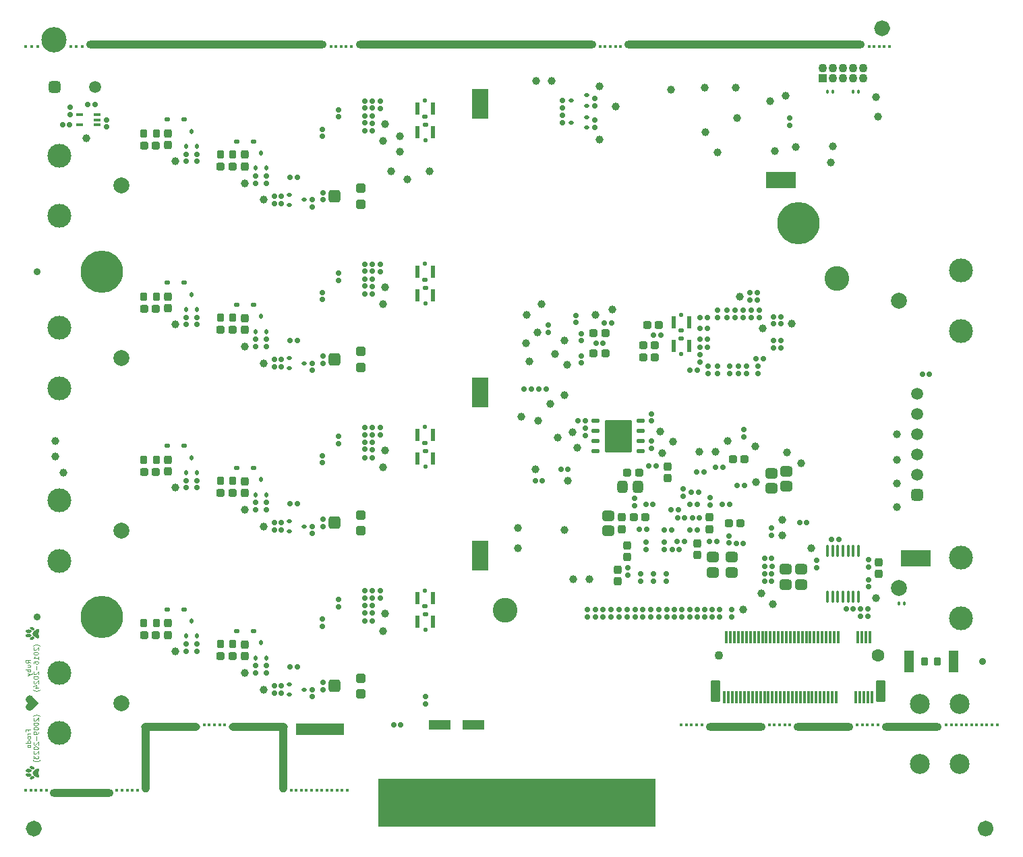
<source format=gbr>
%TF.GenerationSoftware,KiCad,Pcbnew,9.0.0*%
%TF.CreationDate,2025-04-15T16:43:57-04:00*%
%TF.ProjectId,Thunderscope_Rev5,5468756e-6465-4727-9363-6f70655f5265,rev?*%
%TF.SameCoordinates,Original*%
%TF.FileFunction,Soldermask,Bot*%
%TF.FilePolarity,Negative*%
%FSLAX46Y46*%
G04 Gerber Fmt 4.6, Leading zero omitted, Abs format (unit mm)*
G04 Created by KiCad (PCBNEW 9.0.0) date 2025-04-15 16:43:57*
%MOMM*%
%LPD*%
G01*
G04 APERTURE LIST*
G04 Aperture macros list*
%AMRoundRect*
0 Rectangle with rounded corners*
0 $1 Rounding radius*
0 $2 $3 $4 $5 $6 $7 $8 $9 X,Y pos of 4 corners*
0 Add a 4 corners polygon primitive as box body*
4,1,4,$2,$3,$4,$5,$6,$7,$8,$9,$2,$3,0*
0 Add four circle primitives for the rounded corners*
1,1,$1+$1,$2,$3*
1,1,$1+$1,$4,$5*
1,1,$1+$1,$6,$7*
1,1,$1+$1,$8,$9*
0 Add four rect primitives between the rounded corners*
20,1,$1+$1,$2,$3,$4,$5,0*
20,1,$1+$1,$4,$5,$6,$7,0*
20,1,$1+$1,$6,$7,$8,$9,0*
20,1,$1+$1,$8,$9,$2,$3,0*%
G04 Aperture macros list end*
%ADD10C,0.120000*%
%ADD11C,1.000000*%
%ADD12C,0.000000*%
%ADD13C,0.380000*%
%ADD14C,2.000000*%
%ADD15C,3.000000*%
%ADD16C,0.900000*%
%ADD17O,30.200000X1.000000*%
%ADD18O,7.500000X1.000000*%
%ADD19R,1.090000X1.090000*%
%ADD20C,1.090000*%
%ADD21C,3.100000*%
%ADD22O,7.400000X1.000000*%
%ADD23C,2.500000*%
%ADD24O,1.000000X8.750000*%
%ADD25O,8.000000X1.000000*%
%ADD26R,0.700000X3.200000*%
%ADD27R,0.700000X4.200000*%
%ADD28C,3.180000*%
%ADD29RoundRect,0.375000X-0.375000X-0.375000X0.375000X-0.375000X0.375000X0.375000X-0.375000X0.375000X0*%
%ADD30C,1.500000*%
%ADD31RoundRect,0.160000X0.160000X0.160000X-0.160000X0.160000X-0.160000X-0.160000X0.160000X-0.160000X0*%
%ADD32C,1.000000*%
%ADD33RoundRect,0.125000X-0.200000X-0.125000X0.200000X-0.125000X0.200000X0.125000X-0.200000X0.125000X0*%
%ADD34RoundRect,0.225000X0.225000X-0.275000X0.225000X0.275000X-0.225000X0.275000X-0.225000X-0.275000X0*%
%ADD35RoundRect,0.160000X0.160000X-0.160000X0.160000X0.160000X-0.160000X0.160000X-0.160000X-0.160000X0*%
%ADD36RoundRect,0.237500X0.287500X-0.237500X0.287500X0.237500X-0.287500X0.237500X-0.287500X-0.237500X0*%
%ADD37RoundRect,0.075000X0.075000X-0.175000X0.075000X0.175000X-0.075000X0.175000X-0.075000X-0.175000X0*%
%ADD38RoundRect,0.300000X-0.300000X0.300000X-0.300000X-0.300000X0.300000X-0.300000X0.300000X0.300000X0*%
%ADD39RoundRect,0.375000X-0.375000X0.425000X-0.375000X-0.425000X0.375000X-0.425000X0.375000X0.425000X0*%
%ADD40RoundRect,0.237500X-0.287500X0.237500X-0.287500X-0.237500X0.287500X-0.237500X0.287500X0.237500X0*%
%ADD41RoundRect,0.237500X0.237500X0.287500X-0.237500X0.287500X-0.237500X-0.287500X0.237500X-0.287500X0*%
%ADD42C,5.300000*%
%ADD43RoundRect,0.325000X-0.325000X0.425000X-0.325000X-0.425000X0.325000X-0.425000X0.325000X0.425000X0*%
%ADD44RoundRect,0.160000X-0.160000X0.160000X-0.160000X-0.160000X0.160000X-0.160000X0.160000X0.160000X0*%
%ADD45RoundRect,0.150000X0.150000X0.150000X-0.150000X0.150000X-0.150000X-0.150000X0.150000X-0.150000X0*%
%ADD46RoundRect,0.160000X-0.160000X-0.160000X0.160000X-0.160000X0.160000X0.160000X-0.160000X0.160000X0*%
%ADD47RoundRect,0.101500X0.913500X-1.798500X0.913500X1.798500X-0.913500X1.798500X-0.913500X-1.798500X0*%
%ADD48RoundRect,0.117500X0.182500X-0.117500X0.182500X0.117500X-0.182500X0.117500X-0.182500X-0.117500X0*%
%ADD49RoundRect,0.150000X-0.150000X-0.150000X0.150000X-0.150000X0.150000X0.150000X-0.150000X0.150000X0*%
%ADD50RoundRect,0.150000X-0.150000X0.150000X-0.150000X-0.150000X0.150000X-0.150000X0.150000X0.150000X0*%
%ADD51RoundRect,0.150000X0.150000X-0.150000X0.150000X0.150000X-0.150000X0.150000X-0.150000X-0.150000X0*%
%ADD52RoundRect,0.237500X-0.237500X-0.287500X0.237500X-0.287500X0.237500X0.287500X-0.237500X0.287500X0*%
%ADD53RoundRect,0.137500X0.162500X0.137500X-0.162500X0.137500X-0.162500X-0.137500X0.162500X-0.137500X0*%
%ADD54RoundRect,0.145000X-0.145000X-0.645000X0.145000X-0.645000X0.145000X0.645000X-0.145000X0.645000X0*%
%ADD55RoundRect,0.125000X0.125000X0.125000X-0.125000X0.125000X-0.125000X-0.125000X0.125000X-0.125000X0*%
%ADD56RoundRect,0.145000X0.145000X0.645000X-0.145000X0.645000X-0.145000X-0.645000X0.145000X-0.645000X0*%
%ADD57RoundRect,0.117500X-0.182500X0.117500X-0.182500X-0.117500X0.182500X-0.117500X0.182500X0.117500X0*%
%ADD58RoundRect,0.137500X-0.162500X-0.137500X0.162500X-0.137500X0.162500X0.137500X-0.162500X0.137500X0*%
%ADD59RoundRect,0.125000X-0.125000X-0.125000X0.125000X-0.125000X0.125000X0.125000X-0.125000X0.125000X0*%
%ADD60RoundRect,0.325000X0.425000X0.325000X-0.425000X0.325000X-0.425000X-0.325000X0.425000X-0.325000X0*%
%ADD61RoundRect,0.325000X-0.425000X-0.325000X0.425000X-0.325000X0.425000X0.325000X-0.425000X0.325000X0*%
%ADD62RoundRect,0.117500X0.117500X0.182500X-0.117500X0.182500X-0.117500X-0.182500X0.117500X-0.182500X0*%
%ADD63RoundRect,0.225000X-0.225000X0.275000X-0.225000X-0.275000X0.225000X-0.275000X0.225000X0.275000X0*%
%ADD64RoundRect,0.075000X-0.075000X0.175000X-0.075000X-0.175000X0.075000X-0.175000X0.075000X0.175000X0*%
%ADD65RoundRect,0.375000X0.375000X-0.375000X0.375000X0.375000X-0.375000X0.375000X-0.375000X-0.375000X0*%
%ADD66RoundRect,0.060000X-1.315000X-0.540000X1.315000X-0.540000X1.315000X0.540000X-1.315000X0.540000X0*%
%ADD67RoundRect,0.100000X0.100000X-0.637500X0.100000X0.637500X-0.100000X0.637500X-0.100000X-0.637500X0*%
%ADD68RoundRect,0.060000X-0.540000X1.315000X-0.540000X-1.315000X0.540000X-1.315000X0.540000X1.315000X0*%
%ADD69RoundRect,0.101500X-1.798500X-0.913500X1.798500X-0.913500X1.798500X0.913500X-1.798500X0.913500X0*%
%ADD70RoundRect,0.112500X0.412500X-0.112500X0.412500X0.112500X-0.412500X0.112500X-0.412500X-0.112500X0*%
%ADD71RoundRect,0.085000X1.615000X-1.915000X1.615000X1.915000X-1.615000X1.915000X-1.615000X-1.915000X0*%
%ADD72RoundRect,0.100000X0.325000X-0.100000X0.325000X0.100000X-0.325000X0.100000X-0.325000X-0.100000X0*%
%ADD73C,1.092200*%
%ADD74C,1.600200*%
%ADD75RoundRect,0.076200X-0.076200X-0.698500X0.076200X-0.698500X0.076200X0.698500X-0.076200X0.698500X0*%
%ADD76RoundRect,0.119380X-0.477520X-1.252220X0.477520X-1.252220X0.477520X1.252220X-0.477520X1.252220X0*%
G04 APERTURE END LIST*
G36*
X121401095Y-142103600D02*
G01*
X127401095Y-142103600D01*
X127401095Y-143503600D01*
X121401095Y-143503600D01*
X121401095Y-142103600D01*
G37*
D10*
X87775157Y-143039314D02*
X87775157Y-142839314D01*
X88089443Y-142839314D02*
X87489443Y-142839314D01*
X87489443Y-142839314D02*
X87489443Y-143125028D01*
X88089443Y-143353600D02*
X87689443Y-143353600D01*
X87803729Y-143353600D02*
X87746586Y-143382171D01*
X87746586Y-143382171D02*
X87718014Y-143410743D01*
X87718014Y-143410743D02*
X87689443Y-143467885D01*
X87689443Y-143467885D02*
X87689443Y-143525028D01*
X88089443Y-143810743D02*
X88060872Y-143753600D01*
X88060872Y-143753600D02*
X88032300Y-143725029D01*
X88032300Y-143725029D02*
X87975157Y-143696457D01*
X87975157Y-143696457D02*
X87803729Y-143696457D01*
X87803729Y-143696457D02*
X87746586Y-143725029D01*
X87746586Y-143725029D02*
X87718014Y-143753600D01*
X87718014Y-143753600D02*
X87689443Y-143810743D01*
X87689443Y-143810743D02*
X87689443Y-143896457D01*
X87689443Y-143896457D02*
X87718014Y-143953600D01*
X87718014Y-143953600D02*
X87746586Y-143982172D01*
X87746586Y-143982172D02*
X87803729Y-144010743D01*
X87803729Y-144010743D02*
X87975157Y-144010743D01*
X87975157Y-144010743D02*
X88032300Y-143982172D01*
X88032300Y-143982172D02*
X88060872Y-143953600D01*
X88060872Y-143953600D02*
X88089443Y-143896457D01*
X88089443Y-143896457D02*
X88089443Y-143810743D01*
X88089443Y-144525029D02*
X87489443Y-144525029D01*
X88060872Y-144525029D02*
X88089443Y-144467886D01*
X88089443Y-144467886D02*
X88089443Y-144353600D01*
X88089443Y-144353600D02*
X88060872Y-144296457D01*
X88060872Y-144296457D02*
X88032300Y-144267886D01*
X88032300Y-144267886D02*
X87975157Y-144239314D01*
X87975157Y-144239314D02*
X87803729Y-144239314D01*
X87803729Y-144239314D02*
X87746586Y-144267886D01*
X87746586Y-144267886D02*
X87718014Y-144296457D01*
X87718014Y-144296457D02*
X87689443Y-144353600D01*
X87689443Y-144353600D02*
X87689443Y-144467886D01*
X87689443Y-144467886D02*
X87718014Y-144525029D01*
X88089443Y-144896457D02*
X88060872Y-144839314D01*
X88060872Y-144839314D02*
X88032300Y-144810743D01*
X88032300Y-144810743D02*
X87975157Y-144782171D01*
X87975157Y-144782171D02*
X87803729Y-144782171D01*
X87803729Y-144782171D02*
X87746586Y-144810743D01*
X87746586Y-144810743D02*
X87718014Y-144839314D01*
X87718014Y-144839314D02*
X87689443Y-144896457D01*
X87689443Y-144896457D02*
X87689443Y-144982171D01*
X87689443Y-144982171D02*
X87718014Y-145039314D01*
X87718014Y-145039314D02*
X87746586Y-145067886D01*
X87746586Y-145067886D02*
X87803729Y-145096457D01*
X87803729Y-145096457D02*
X87975157Y-145096457D01*
X87975157Y-145096457D02*
X88032300Y-145067886D01*
X88032300Y-145067886D02*
X88060872Y-145039314D01*
X88060872Y-145039314D02*
X88089443Y-144982171D01*
X88089443Y-144982171D02*
X88089443Y-144896457D01*
X89283980Y-141210741D02*
X89255409Y-141182170D01*
X89255409Y-141182170D02*
X89169695Y-141125027D01*
X89169695Y-141125027D02*
X89112552Y-141096456D01*
X89112552Y-141096456D02*
X89026838Y-141067884D01*
X89026838Y-141067884D02*
X88883980Y-141039313D01*
X88883980Y-141039313D02*
X88769695Y-141039313D01*
X88769695Y-141039313D02*
X88626838Y-141067884D01*
X88626838Y-141067884D02*
X88541123Y-141096456D01*
X88541123Y-141096456D02*
X88483980Y-141125027D01*
X88483980Y-141125027D02*
X88398266Y-141182170D01*
X88398266Y-141182170D02*
X88369695Y-141210741D01*
X88512552Y-141410741D02*
X88483980Y-141439313D01*
X88483980Y-141439313D02*
X88455409Y-141496456D01*
X88455409Y-141496456D02*
X88455409Y-141639313D01*
X88455409Y-141639313D02*
X88483980Y-141696456D01*
X88483980Y-141696456D02*
X88512552Y-141725027D01*
X88512552Y-141725027D02*
X88569695Y-141753598D01*
X88569695Y-141753598D02*
X88626838Y-141753598D01*
X88626838Y-141753598D02*
X88712552Y-141725027D01*
X88712552Y-141725027D02*
X89055409Y-141382170D01*
X89055409Y-141382170D02*
X89055409Y-141753598D01*
X88455409Y-142125027D02*
X88455409Y-142182170D01*
X88455409Y-142182170D02*
X88483980Y-142239313D01*
X88483980Y-142239313D02*
X88512552Y-142267885D01*
X88512552Y-142267885D02*
X88569695Y-142296456D01*
X88569695Y-142296456D02*
X88683980Y-142325027D01*
X88683980Y-142325027D02*
X88826838Y-142325027D01*
X88826838Y-142325027D02*
X88941123Y-142296456D01*
X88941123Y-142296456D02*
X88998266Y-142267885D01*
X88998266Y-142267885D02*
X89026838Y-142239313D01*
X89026838Y-142239313D02*
X89055409Y-142182170D01*
X89055409Y-142182170D02*
X89055409Y-142125027D01*
X89055409Y-142125027D02*
X89026838Y-142067885D01*
X89026838Y-142067885D02*
X88998266Y-142039313D01*
X88998266Y-142039313D02*
X88941123Y-142010742D01*
X88941123Y-142010742D02*
X88826838Y-141982170D01*
X88826838Y-141982170D02*
X88683980Y-141982170D01*
X88683980Y-141982170D02*
X88569695Y-142010742D01*
X88569695Y-142010742D02*
X88512552Y-142039313D01*
X88512552Y-142039313D02*
X88483980Y-142067885D01*
X88483980Y-142067885D02*
X88455409Y-142125027D01*
X88455409Y-142696456D02*
X88455409Y-142753599D01*
X88455409Y-142753599D02*
X88483980Y-142810742D01*
X88483980Y-142810742D02*
X88512552Y-142839314D01*
X88512552Y-142839314D02*
X88569695Y-142867885D01*
X88569695Y-142867885D02*
X88683980Y-142896456D01*
X88683980Y-142896456D02*
X88826838Y-142896456D01*
X88826838Y-142896456D02*
X88941123Y-142867885D01*
X88941123Y-142867885D02*
X88998266Y-142839314D01*
X88998266Y-142839314D02*
X89026838Y-142810742D01*
X89026838Y-142810742D02*
X89055409Y-142753599D01*
X89055409Y-142753599D02*
X89055409Y-142696456D01*
X89055409Y-142696456D02*
X89026838Y-142639314D01*
X89026838Y-142639314D02*
X88998266Y-142610742D01*
X88998266Y-142610742D02*
X88941123Y-142582171D01*
X88941123Y-142582171D02*
X88826838Y-142553599D01*
X88826838Y-142553599D02*
X88683980Y-142553599D01*
X88683980Y-142553599D02*
X88569695Y-142582171D01*
X88569695Y-142582171D02*
X88512552Y-142610742D01*
X88512552Y-142610742D02*
X88483980Y-142639314D01*
X88483980Y-142639314D02*
X88455409Y-142696456D01*
X89055409Y-143182171D02*
X89055409Y-143296457D01*
X89055409Y-143296457D02*
X89026838Y-143353600D01*
X89026838Y-143353600D02*
X88998266Y-143382171D01*
X88998266Y-143382171D02*
X88912552Y-143439314D01*
X88912552Y-143439314D02*
X88798266Y-143467885D01*
X88798266Y-143467885D02*
X88569695Y-143467885D01*
X88569695Y-143467885D02*
X88512552Y-143439314D01*
X88512552Y-143439314D02*
X88483980Y-143410743D01*
X88483980Y-143410743D02*
X88455409Y-143353600D01*
X88455409Y-143353600D02*
X88455409Y-143239314D01*
X88455409Y-143239314D02*
X88483980Y-143182171D01*
X88483980Y-143182171D02*
X88512552Y-143153600D01*
X88512552Y-143153600D02*
X88569695Y-143125028D01*
X88569695Y-143125028D02*
X88712552Y-143125028D01*
X88712552Y-143125028D02*
X88769695Y-143153600D01*
X88769695Y-143153600D02*
X88798266Y-143182171D01*
X88798266Y-143182171D02*
X88826838Y-143239314D01*
X88826838Y-143239314D02*
X88826838Y-143353600D01*
X88826838Y-143353600D02*
X88798266Y-143410743D01*
X88798266Y-143410743D02*
X88769695Y-143439314D01*
X88769695Y-143439314D02*
X88712552Y-143467885D01*
X88826838Y-143725029D02*
X88826838Y-144182172D01*
X88512552Y-144439314D02*
X88483980Y-144467886D01*
X88483980Y-144467886D02*
X88455409Y-144525029D01*
X88455409Y-144525029D02*
X88455409Y-144667886D01*
X88455409Y-144667886D02*
X88483980Y-144725029D01*
X88483980Y-144725029D02*
X88512552Y-144753600D01*
X88512552Y-144753600D02*
X88569695Y-144782171D01*
X88569695Y-144782171D02*
X88626838Y-144782171D01*
X88626838Y-144782171D02*
X88712552Y-144753600D01*
X88712552Y-144753600D02*
X89055409Y-144410743D01*
X89055409Y-144410743D02*
X89055409Y-144782171D01*
X88455409Y-145153600D02*
X88455409Y-145210743D01*
X88455409Y-145210743D02*
X88483980Y-145267886D01*
X88483980Y-145267886D02*
X88512552Y-145296458D01*
X88512552Y-145296458D02*
X88569695Y-145325029D01*
X88569695Y-145325029D02*
X88683980Y-145353600D01*
X88683980Y-145353600D02*
X88826838Y-145353600D01*
X88826838Y-145353600D02*
X88941123Y-145325029D01*
X88941123Y-145325029D02*
X88998266Y-145296458D01*
X88998266Y-145296458D02*
X89026838Y-145267886D01*
X89026838Y-145267886D02*
X89055409Y-145210743D01*
X89055409Y-145210743D02*
X89055409Y-145153600D01*
X89055409Y-145153600D02*
X89026838Y-145096458D01*
X89026838Y-145096458D02*
X88998266Y-145067886D01*
X88998266Y-145067886D02*
X88941123Y-145039315D01*
X88941123Y-145039315D02*
X88826838Y-145010743D01*
X88826838Y-145010743D02*
X88683980Y-145010743D01*
X88683980Y-145010743D02*
X88569695Y-145039315D01*
X88569695Y-145039315D02*
X88512552Y-145067886D01*
X88512552Y-145067886D02*
X88483980Y-145096458D01*
X88483980Y-145096458D02*
X88455409Y-145153600D01*
X88512552Y-145582172D02*
X88483980Y-145610744D01*
X88483980Y-145610744D02*
X88455409Y-145667887D01*
X88455409Y-145667887D02*
X88455409Y-145810744D01*
X88455409Y-145810744D02*
X88483980Y-145867887D01*
X88483980Y-145867887D02*
X88512552Y-145896458D01*
X88512552Y-145896458D02*
X88569695Y-145925029D01*
X88569695Y-145925029D02*
X88626838Y-145925029D01*
X88626838Y-145925029D02*
X88712552Y-145896458D01*
X88712552Y-145896458D02*
X89055409Y-145553601D01*
X89055409Y-145553601D02*
X89055409Y-145925029D01*
X88455409Y-146125030D02*
X88455409Y-146496458D01*
X88455409Y-146496458D02*
X88683980Y-146296458D01*
X88683980Y-146296458D02*
X88683980Y-146382173D01*
X88683980Y-146382173D02*
X88712552Y-146439316D01*
X88712552Y-146439316D02*
X88741123Y-146467887D01*
X88741123Y-146467887D02*
X88798266Y-146496458D01*
X88798266Y-146496458D02*
X88941123Y-146496458D01*
X88941123Y-146496458D02*
X88998266Y-146467887D01*
X88998266Y-146467887D02*
X89026838Y-146439316D01*
X89026838Y-146439316D02*
X89055409Y-146382173D01*
X89055409Y-146382173D02*
X89055409Y-146210744D01*
X89055409Y-146210744D02*
X89026838Y-146153601D01*
X89026838Y-146153601D02*
X88998266Y-146125030D01*
X89283980Y-146696459D02*
X89255409Y-146725030D01*
X89255409Y-146725030D02*
X89169695Y-146782173D01*
X89169695Y-146782173D02*
X89112552Y-146810745D01*
X89112552Y-146810745D02*
X89026838Y-146839316D01*
X89026838Y-146839316D02*
X88883980Y-146867887D01*
X88883980Y-146867887D02*
X88769695Y-146867887D01*
X88769695Y-146867887D02*
X88626838Y-146839316D01*
X88626838Y-146839316D02*
X88541123Y-146810745D01*
X88541123Y-146810745D02*
X88483980Y-146782173D01*
X88483980Y-146782173D02*
X88398266Y-146725030D01*
X88398266Y-146725030D02*
X88369695Y-146696459D01*
X88089443Y-134517886D02*
X87803729Y-134317886D01*
X88089443Y-134175029D02*
X87489443Y-134175029D01*
X87489443Y-134175029D02*
X87489443Y-134403600D01*
X87489443Y-134403600D02*
X87518014Y-134460743D01*
X87518014Y-134460743D02*
X87546586Y-134489314D01*
X87546586Y-134489314D02*
X87603729Y-134517886D01*
X87603729Y-134517886D02*
X87689443Y-134517886D01*
X87689443Y-134517886D02*
X87746586Y-134489314D01*
X87746586Y-134489314D02*
X87775157Y-134460743D01*
X87775157Y-134460743D02*
X87803729Y-134403600D01*
X87803729Y-134403600D02*
X87803729Y-134175029D01*
X87689443Y-135032172D02*
X88089443Y-135032172D01*
X87689443Y-134775029D02*
X88003729Y-134775029D01*
X88003729Y-134775029D02*
X88060872Y-134803600D01*
X88060872Y-134803600D02*
X88089443Y-134860743D01*
X88089443Y-134860743D02*
X88089443Y-134946457D01*
X88089443Y-134946457D02*
X88060872Y-135003600D01*
X88060872Y-135003600D02*
X88032300Y-135032172D01*
X88089443Y-135317886D02*
X87489443Y-135317886D01*
X87718014Y-135317886D02*
X87689443Y-135375029D01*
X87689443Y-135375029D02*
X87689443Y-135489314D01*
X87689443Y-135489314D02*
X87718014Y-135546457D01*
X87718014Y-135546457D02*
X87746586Y-135575029D01*
X87746586Y-135575029D02*
X87803729Y-135603600D01*
X87803729Y-135603600D02*
X87975157Y-135603600D01*
X87975157Y-135603600D02*
X88032300Y-135575029D01*
X88032300Y-135575029D02*
X88060872Y-135546457D01*
X88060872Y-135546457D02*
X88089443Y-135489314D01*
X88089443Y-135489314D02*
X88089443Y-135375029D01*
X88089443Y-135375029D02*
X88060872Y-135317886D01*
X87689443Y-135803600D02*
X88089443Y-135946457D01*
X87689443Y-136089314D02*
X88089443Y-135946457D01*
X88089443Y-135946457D02*
X88232300Y-135889314D01*
X88232300Y-135889314D02*
X88260872Y-135860743D01*
X88260872Y-135860743D02*
X88289443Y-135803600D01*
X89283980Y-132360741D02*
X89255409Y-132332170D01*
X89255409Y-132332170D02*
X89169695Y-132275027D01*
X89169695Y-132275027D02*
X89112552Y-132246456D01*
X89112552Y-132246456D02*
X89026838Y-132217884D01*
X89026838Y-132217884D02*
X88883980Y-132189313D01*
X88883980Y-132189313D02*
X88769695Y-132189313D01*
X88769695Y-132189313D02*
X88626838Y-132217884D01*
X88626838Y-132217884D02*
X88541123Y-132246456D01*
X88541123Y-132246456D02*
X88483980Y-132275027D01*
X88483980Y-132275027D02*
X88398266Y-132332170D01*
X88398266Y-132332170D02*
X88369695Y-132360741D01*
X88512552Y-132560741D02*
X88483980Y-132589313D01*
X88483980Y-132589313D02*
X88455409Y-132646456D01*
X88455409Y-132646456D02*
X88455409Y-132789313D01*
X88455409Y-132789313D02*
X88483980Y-132846456D01*
X88483980Y-132846456D02*
X88512552Y-132875027D01*
X88512552Y-132875027D02*
X88569695Y-132903598D01*
X88569695Y-132903598D02*
X88626838Y-132903598D01*
X88626838Y-132903598D02*
X88712552Y-132875027D01*
X88712552Y-132875027D02*
X89055409Y-132532170D01*
X89055409Y-132532170D02*
X89055409Y-132903598D01*
X88455409Y-133275027D02*
X88455409Y-133332170D01*
X88455409Y-133332170D02*
X88483980Y-133389313D01*
X88483980Y-133389313D02*
X88512552Y-133417885D01*
X88512552Y-133417885D02*
X88569695Y-133446456D01*
X88569695Y-133446456D02*
X88683980Y-133475027D01*
X88683980Y-133475027D02*
X88826838Y-133475027D01*
X88826838Y-133475027D02*
X88941123Y-133446456D01*
X88941123Y-133446456D02*
X88998266Y-133417885D01*
X88998266Y-133417885D02*
X89026838Y-133389313D01*
X89026838Y-133389313D02*
X89055409Y-133332170D01*
X89055409Y-133332170D02*
X89055409Y-133275027D01*
X89055409Y-133275027D02*
X89026838Y-133217885D01*
X89026838Y-133217885D02*
X88998266Y-133189313D01*
X88998266Y-133189313D02*
X88941123Y-133160742D01*
X88941123Y-133160742D02*
X88826838Y-133132170D01*
X88826838Y-133132170D02*
X88683980Y-133132170D01*
X88683980Y-133132170D02*
X88569695Y-133160742D01*
X88569695Y-133160742D02*
X88512552Y-133189313D01*
X88512552Y-133189313D02*
X88483980Y-133217885D01*
X88483980Y-133217885D02*
X88455409Y-133275027D01*
X89055409Y-134046456D02*
X89055409Y-133703599D01*
X89055409Y-133875028D02*
X88455409Y-133875028D01*
X88455409Y-133875028D02*
X88541123Y-133817885D01*
X88541123Y-133817885D02*
X88598266Y-133760742D01*
X88598266Y-133760742D02*
X88626838Y-133703599D01*
X88455409Y-134560743D02*
X88455409Y-134446457D01*
X88455409Y-134446457D02*
X88483980Y-134389314D01*
X88483980Y-134389314D02*
X88512552Y-134360743D01*
X88512552Y-134360743D02*
X88598266Y-134303600D01*
X88598266Y-134303600D02*
X88712552Y-134275028D01*
X88712552Y-134275028D02*
X88941123Y-134275028D01*
X88941123Y-134275028D02*
X88998266Y-134303600D01*
X88998266Y-134303600D02*
X89026838Y-134332171D01*
X89026838Y-134332171D02*
X89055409Y-134389314D01*
X89055409Y-134389314D02*
X89055409Y-134503600D01*
X89055409Y-134503600D02*
X89026838Y-134560743D01*
X89026838Y-134560743D02*
X88998266Y-134589314D01*
X88998266Y-134589314D02*
X88941123Y-134617885D01*
X88941123Y-134617885D02*
X88798266Y-134617885D01*
X88798266Y-134617885D02*
X88741123Y-134589314D01*
X88741123Y-134589314D02*
X88712552Y-134560743D01*
X88712552Y-134560743D02*
X88683980Y-134503600D01*
X88683980Y-134503600D02*
X88683980Y-134389314D01*
X88683980Y-134389314D02*
X88712552Y-134332171D01*
X88712552Y-134332171D02*
X88741123Y-134303600D01*
X88741123Y-134303600D02*
X88798266Y-134275028D01*
X88826838Y-134875029D02*
X88826838Y-135332172D01*
X88512552Y-135589314D02*
X88483980Y-135617886D01*
X88483980Y-135617886D02*
X88455409Y-135675029D01*
X88455409Y-135675029D02*
X88455409Y-135817886D01*
X88455409Y-135817886D02*
X88483980Y-135875029D01*
X88483980Y-135875029D02*
X88512552Y-135903600D01*
X88512552Y-135903600D02*
X88569695Y-135932171D01*
X88569695Y-135932171D02*
X88626838Y-135932171D01*
X88626838Y-135932171D02*
X88712552Y-135903600D01*
X88712552Y-135903600D02*
X89055409Y-135560743D01*
X89055409Y-135560743D02*
X89055409Y-135932171D01*
X88455409Y-136303600D02*
X88455409Y-136360743D01*
X88455409Y-136360743D02*
X88483980Y-136417886D01*
X88483980Y-136417886D02*
X88512552Y-136446458D01*
X88512552Y-136446458D02*
X88569695Y-136475029D01*
X88569695Y-136475029D02*
X88683980Y-136503600D01*
X88683980Y-136503600D02*
X88826838Y-136503600D01*
X88826838Y-136503600D02*
X88941123Y-136475029D01*
X88941123Y-136475029D02*
X88998266Y-136446458D01*
X88998266Y-136446458D02*
X89026838Y-136417886D01*
X89026838Y-136417886D02*
X89055409Y-136360743D01*
X89055409Y-136360743D02*
X89055409Y-136303600D01*
X89055409Y-136303600D02*
X89026838Y-136246458D01*
X89026838Y-136246458D02*
X88998266Y-136217886D01*
X88998266Y-136217886D02*
X88941123Y-136189315D01*
X88941123Y-136189315D02*
X88826838Y-136160743D01*
X88826838Y-136160743D02*
X88683980Y-136160743D01*
X88683980Y-136160743D02*
X88569695Y-136189315D01*
X88569695Y-136189315D02*
X88512552Y-136217886D01*
X88512552Y-136217886D02*
X88483980Y-136246458D01*
X88483980Y-136246458D02*
X88455409Y-136303600D01*
X88512552Y-136732172D02*
X88483980Y-136760744D01*
X88483980Y-136760744D02*
X88455409Y-136817887D01*
X88455409Y-136817887D02*
X88455409Y-136960744D01*
X88455409Y-136960744D02*
X88483980Y-137017887D01*
X88483980Y-137017887D02*
X88512552Y-137046458D01*
X88512552Y-137046458D02*
X88569695Y-137075029D01*
X88569695Y-137075029D02*
X88626838Y-137075029D01*
X88626838Y-137075029D02*
X88712552Y-137046458D01*
X88712552Y-137046458D02*
X89055409Y-136703601D01*
X89055409Y-136703601D02*
X89055409Y-137075029D01*
X88655409Y-137589316D02*
X89055409Y-137589316D01*
X88426838Y-137446458D02*
X88855409Y-137303601D01*
X88855409Y-137303601D02*
X88855409Y-137675030D01*
X89283980Y-137846459D02*
X89255409Y-137875030D01*
X89255409Y-137875030D02*
X89169695Y-137932173D01*
X89169695Y-137932173D02*
X89112552Y-137960745D01*
X89112552Y-137960745D02*
X89026838Y-137989316D01*
X89026838Y-137989316D02*
X88883980Y-138017887D01*
X88883980Y-138017887D02*
X88769695Y-138017887D01*
X88769695Y-138017887D02*
X88626838Y-137989316D01*
X88626838Y-137989316D02*
X88541123Y-137960745D01*
X88541123Y-137960745D02*
X88483980Y-137932173D01*
X88483980Y-137932173D02*
X88398266Y-137875030D01*
X88398266Y-137875030D02*
X88369695Y-137846459D01*
%TO.C,P1*%
G36*
X131751095Y-155053600D02*
G01*
X166551095Y-155053600D01*
X166551095Y-149078600D01*
X131751095Y-149078600D01*
X131751095Y-155053600D01*
G37*
%TO.C,FID6*%
D11*
X195501095Y-54803600D02*
G75*
G02*
X194501095Y-54803600I-500000J0D01*
G01*
X194501095Y-54803600D02*
G75*
G02*
X195501095Y-54803600I500000J0D01*
G01*
D12*
%TO.C,REF\u002A\u002A*%
G36*
X88024017Y-138576721D02*
G01*
X88048895Y-138578572D01*
X88073563Y-138581636D01*
X88097977Y-138585896D01*
X88122097Y-138591334D01*
X88145881Y-138597935D01*
X88169288Y-138605679D01*
X88192277Y-138614551D01*
X88214805Y-138624534D01*
X88236834Y-138635609D01*
X88258319Y-138647760D01*
X88279220Y-138660968D01*
X88299496Y-138675220D01*
X88319105Y-138690496D01*
X88338005Y-138706779D01*
X88356156Y-138724052D01*
X89160704Y-139528600D01*
X88356156Y-140333153D01*
X88338005Y-140350425D01*
X88319105Y-140366707D01*
X88299496Y-140381982D01*
X88279220Y-140396232D01*
X88258319Y-140409441D01*
X88236835Y-140421592D01*
X88214806Y-140432668D01*
X88192278Y-140442649D01*
X88169287Y-140451521D01*
X88145881Y-140459265D01*
X88122097Y-140465865D01*
X88097976Y-140471304D01*
X88073563Y-140475563D01*
X88048896Y-140478628D01*
X88024017Y-140480479D01*
X87998969Y-140481100D01*
X87976311Y-140481099D01*
X87951483Y-140480471D01*
X87926980Y-140478609D01*
X87902834Y-140475542D01*
X87879074Y-140471297D01*
X87855732Y-140465910D01*
X87832836Y-140459408D01*
X87810418Y-140451822D01*
X87788508Y-140443184D01*
X87767136Y-140433522D01*
X87746332Y-140422867D01*
X87726127Y-140411249D01*
X87706551Y-140398700D01*
X87687635Y-140385248D01*
X87669408Y-140370925D01*
X87651902Y-140355760D01*
X87635145Y-140339785D01*
X87619170Y-140323028D01*
X87604005Y-140305522D01*
X87589682Y-140287296D01*
X87576230Y-140268379D01*
X87563680Y-140248804D01*
X87552063Y-140228599D01*
X87541408Y-140207795D01*
X87531744Y-140186424D01*
X87523106Y-140164514D01*
X87515521Y-140142096D01*
X87509019Y-140119201D01*
X87503632Y-140095858D01*
X87499389Y-140072099D01*
X87496321Y-140047953D01*
X87494457Y-140023451D01*
X87493829Y-139998623D01*
X87494606Y-139971242D01*
X87496916Y-139944106D01*
X87500733Y-139917270D01*
X87506028Y-139890792D01*
X87512775Y-139864731D01*
X87520946Y-139839142D01*
X87530513Y-139814083D01*
X87541449Y-139789612D01*
X87553726Y-139765785D01*
X87567317Y-139742661D01*
X87582194Y-139720295D01*
X87598329Y-139698747D01*
X87615696Y-139678072D01*
X87634266Y-139658328D01*
X87654012Y-139639572D01*
X87674907Y-139621863D01*
X87791486Y-139528600D01*
X87674907Y-139435337D01*
X87654012Y-139417627D01*
X87634266Y-139398872D01*
X87615696Y-139379128D01*
X87598329Y-139358454D01*
X87582194Y-139336904D01*
X87567317Y-139314539D01*
X87553726Y-139291414D01*
X87541449Y-139267588D01*
X87530513Y-139243117D01*
X87520946Y-139218057D01*
X87512775Y-139192470D01*
X87506028Y-139166408D01*
X87500733Y-139139932D01*
X87496916Y-139113097D01*
X87494606Y-139085961D01*
X87493829Y-139058582D01*
X87494457Y-139033753D01*
X87496321Y-139009251D01*
X87499389Y-138985105D01*
X87503632Y-138961345D01*
X87509019Y-138938002D01*
X87515521Y-138915107D01*
X87523106Y-138892689D01*
X87531745Y-138870778D01*
X87541408Y-138849406D01*
X87552063Y-138828603D01*
X87563679Y-138808398D01*
X87576230Y-138788822D01*
X87589682Y-138769905D01*
X87604005Y-138751679D01*
X87619170Y-138734172D01*
X87635145Y-138717416D01*
X87651902Y-138701440D01*
X87669408Y-138686276D01*
X87687635Y-138671952D01*
X87706551Y-138658501D01*
X87726127Y-138645951D01*
X87746332Y-138634333D01*
X87767136Y-138623678D01*
X87788508Y-138614016D01*
X87810418Y-138605377D01*
X87832836Y-138597791D01*
X87855732Y-138591290D01*
X87879074Y-138585902D01*
X87902834Y-138581659D01*
X87926980Y-138578591D01*
X87951483Y-138576728D01*
X87976311Y-138576100D01*
X87998969Y-138576100D01*
X88024017Y-138576721D01*
G37*
G36*
X87878372Y-130287572D02*
G01*
X87914307Y-130291091D01*
X87948993Y-130296814D01*
X87982246Y-130304624D01*
X88013884Y-130314404D01*
X88043726Y-130326038D01*
X88071589Y-130339408D01*
X88097292Y-130354399D01*
X88120653Y-130370892D01*
X88141490Y-130388773D01*
X88159620Y-130407923D01*
X88167613Y-130417938D01*
X88174861Y-130428227D01*
X88181342Y-130438775D01*
X88187033Y-130449566D01*
X88191910Y-130460589D01*
X88195952Y-130471827D01*
X88199135Y-130483265D01*
X88201437Y-130494889D01*
X88202835Y-130506686D01*
X88203306Y-130518639D01*
X88202835Y-130530592D01*
X88201437Y-130542388D01*
X88199135Y-130554013D01*
X88195952Y-130565451D01*
X88191910Y-130576688D01*
X88187033Y-130587711D01*
X88181342Y-130598503D01*
X88174861Y-130609051D01*
X88167613Y-130619339D01*
X88159620Y-130629354D01*
X88150904Y-130639081D01*
X88141490Y-130648505D01*
X88131398Y-130657611D01*
X88120653Y-130666385D01*
X88109277Y-130674813D01*
X88097292Y-130682878D01*
X88084722Y-130690569D01*
X88071589Y-130697869D01*
X88057916Y-130704763D01*
X88043726Y-130711240D01*
X88029041Y-130717281D01*
X88013884Y-130722873D01*
X87998278Y-130728002D01*
X87982246Y-130732653D01*
X87965810Y-130736812D01*
X87948992Y-130740463D01*
X87931818Y-130743593D01*
X87914308Y-130746186D01*
X87896485Y-130748229D01*
X87878372Y-130749706D01*
X87859992Y-130750603D01*
X87841367Y-130750905D01*
X87804363Y-130749706D01*
X87768427Y-130746186D01*
X87733742Y-130740463D01*
X87700489Y-130732653D01*
X87668851Y-130722873D01*
X87639009Y-130711241D01*
X87611145Y-130697869D01*
X87585442Y-130682879D01*
X87562081Y-130666385D01*
X87541245Y-130648505D01*
X87523115Y-130629354D01*
X87515122Y-130619339D01*
X87507873Y-130609051D01*
X87501392Y-130598503D01*
X87495702Y-130587711D01*
X87490823Y-130576688D01*
X87486783Y-130565451D01*
X87483600Y-130554013D01*
X87481298Y-130542388D01*
X87479900Y-130530592D01*
X87479429Y-130518639D01*
X87479900Y-130506686D01*
X87481298Y-130494889D01*
X87483600Y-130483265D01*
X87486783Y-130471827D01*
X87490824Y-130460589D01*
X87495702Y-130449567D01*
X87501392Y-130438775D01*
X87507873Y-130428227D01*
X87515122Y-130417938D01*
X87523115Y-130407923D01*
X87531830Y-130398197D01*
X87541245Y-130388774D01*
X87551336Y-130379667D01*
X87562081Y-130370892D01*
X87573458Y-130362465D01*
X87585442Y-130354398D01*
X87598012Y-130346708D01*
X87611145Y-130339408D01*
X87624818Y-130332513D01*
X87639009Y-130326038D01*
X87653694Y-130319997D01*
X87668851Y-130314404D01*
X87684457Y-130309275D01*
X87700489Y-130304624D01*
X87716925Y-130300467D01*
X87733742Y-130296814D01*
X87750917Y-130293685D01*
X87768427Y-130291091D01*
X87786250Y-130289049D01*
X87804363Y-130287572D01*
X87822743Y-130286675D01*
X87841367Y-130286373D01*
X87878372Y-130287572D01*
G37*
G36*
X87878372Y-130827584D02*
G01*
X87914308Y-130831104D01*
X87948993Y-130836827D01*
X87982246Y-130844637D01*
X88013884Y-130854417D01*
X88043726Y-130866050D01*
X88071589Y-130879421D01*
X88097292Y-130894411D01*
X88120653Y-130910905D01*
X88141490Y-130928785D01*
X88159620Y-130947936D01*
X88167613Y-130957951D01*
X88174861Y-130968239D01*
X88181342Y-130978786D01*
X88187034Y-130989579D01*
X88191910Y-131000601D01*
X88195952Y-131011839D01*
X88199135Y-131023277D01*
X88201437Y-131034902D01*
X88202835Y-131046698D01*
X88203306Y-131058651D01*
X88202835Y-131070604D01*
X88201437Y-131082401D01*
X88199135Y-131094026D01*
X88195952Y-131105465D01*
X88191910Y-131116703D01*
X88187033Y-131127726D01*
X88181342Y-131138520D01*
X88174861Y-131149069D01*
X88167613Y-131159357D01*
X88159620Y-131169375D01*
X88150904Y-131179103D01*
X88141490Y-131188528D01*
X88131398Y-131197636D01*
X88120653Y-131206412D01*
X88109277Y-131214841D01*
X88097292Y-131222909D01*
X88084722Y-131230601D01*
X88071589Y-131237902D01*
X88057916Y-131244799D01*
X88043726Y-131251276D01*
X88029040Y-131257318D01*
X88013884Y-131262912D01*
X87998278Y-131268043D01*
X87982246Y-131272695D01*
X87965810Y-131276855D01*
X87948993Y-131280507D01*
X87931818Y-131283638D01*
X87914308Y-131286231D01*
X87896485Y-131288275D01*
X87878372Y-131289752D01*
X87859992Y-131290650D01*
X87841367Y-131290952D01*
X87804363Y-131289751D01*
X87768427Y-131286232D01*
X87733742Y-131280507D01*
X87700489Y-131272695D01*
X87668851Y-131262912D01*
X87639009Y-131251276D01*
X87611145Y-131237902D01*
X87585442Y-131222908D01*
X87562081Y-131206411D01*
X87541245Y-131188528D01*
X87523115Y-131169375D01*
X87515122Y-131159358D01*
X87507872Y-131149069D01*
X87501392Y-131138520D01*
X87495702Y-131127726D01*
X87490824Y-131116703D01*
X87486783Y-131105465D01*
X87483600Y-131094026D01*
X87481298Y-131082402D01*
X87479900Y-131070604D01*
X87479429Y-131058651D01*
X87479900Y-131046698D01*
X87481298Y-131034902D01*
X87483600Y-131023277D01*
X87486783Y-131011839D01*
X87490824Y-131000601D01*
X87495702Y-130989579D01*
X87501392Y-130978787D01*
X87507873Y-130968238D01*
X87515122Y-130957951D01*
X87523115Y-130947936D01*
X87531830Y-130938209D01*
X87541245Y-130928785D01*
X87551336Y-130919679D01*
X87562081Y-130910905D01*
X87573458Y-130902477D01*
X87585442Y-130894412D01*
X87598012Y-130886721D01*
X87611145Y-130879421D01*
X87624818Y-130872527D01*
X87639009Y-130866050D01*
X87653694Y-130860009D01*
X87668852Y-130854417D01*
X87684457Y-130849288D01*
X87700489Y-130844638D01*
X87716925Y-130840478D01*
X87733741Y-130836827D01*
X87750917Y-130833697D01*
X87768427Y-130831104D01*
X87786250Y-130829061D01*
X87804363Y-130827584D01*
X87822743Y-130826687D01*
X87841367Y-130826385D01*
X87878372Y-130827584D01*
G37*
G36*
X88395799Y-131193956D02*
G01*
X88419839Y-131196268D01*
X88442665Y-131200485D01*
X88464102Y-131206582D01*
X88483977Y-131214537D01*
X88493274Y-131219203D01*
X88502115Y-131224324D01*
X88510480Y-131229897D01*
X88518345Y-131235919D01*
X88525690Y-131242388D01*
X88532490Y-131249299D01*
X88538728Y-131256650D01*
X88544379Y-131264438D01*
X88549423Y-131272661D01*
X88553837Y-131281313D01*
X88557554Y-131290285D01*
X88560535Y-131299458D01*
X88562791Y-131308812D01*
X88564335Y-131318326D01*
X88565178Y-131327985D01*
X88565332Y-131337768D01*
X88564809Y-131347659D01*
X88563620Y-131357638D01*
X88561777Y-131367687D01*
X88559293Y-131377787D01*
X88556179Y-131387920D01*
X88552446Y-131398068D01*
X88548107Y-131408211D01*
X88543173Y-131418332D01*
X88537657Y-131428412D01*
X88531569Y-131438432D01*
X88524922Y-131448375D01*
X88517728Y-131458221D01*
X88509997Y-131467953D01*
X88501743Y-131477551D01*
X88492977Y-131486997D01*
X88483711Y-131496273D01*
X88473956Y-131505360D01*
X88463724Y-131514241D01*
X88453027Y-131522895D01*
X88441878Y-131531305D01*
X88430287Y-131539453D01*
X88418266Y-131547319D01*
X88405828Y-131554887D01*
X88392983Y-131562136D01*
X88379745Y-131569049D01*
X88366124Y-131575606D01*
X88338449Y-131587310D01*
X88310771Y-131596938D01*
X88283264Y-131604515D01*
X88256104Y-131610067D01*
X88229462Y-131613616D01*
X88203512Y-131615187D01*
X88178430Y-131614805D01*
X88154388Y-131612493D01*
X88131561Y-131608276D01*
X88110122Y-131602178D01*
X88090246Y-131594224D01*
X88080947Y-131589558D01*
X88072104Y-131584437D01*
X88063739Y-131578864D01*
X88055873Y-131572841D01*
X88048528Y-131566373D01*
X88041726Y-131559462D01*
X88035488Y-131552111D01*
X88029836Y-131544323D01*
X88024791Y-131536101D01*
X88020378Y-131527448D01*
X88016658Y-131518475D01*
X88013674Y-131509303D01*
X88011414Y-131499950D01*
X88009868Y-131490435D01*
X88009023Y-131480776D01*
X88008867Y-131470992D01*
X88009388Y-131461103D01*
X88010575Y-131451123D01*
X88012416Y-131441074D01*
X88014899Y-131430974D01*
X88018012Y-131420841D01*
X88021744Y-131410693D01*
X88026082Y-131400549D01*
X88031016Y-131390429D01*
X88036532Y-131380349D01*
X88042619Y-131370328D01*
X88049267Y-131360386D01*
X88056461Y-131350540D01*
X88064191Y-131340808D01*
X88072447Y-131331211D01*
X88081214Y-131321764D01*
X88090481Y-131312488D01*
X88100238Y-131303400D01*
X88110471Y-131294520D01*
X88121169Y-131285866D01*
X88132320Y-131277455D01*
X88143914Y-131269308D01*
X88155937Y-131261441D01*
X88168378Y-131253874D01*
X88181225Y-131246625D01*
X88194466Y-131239712D01*
X88208091Y-131233154D01*
X88235771Y-131221451D01*
X88263453Y-131211823D01*
X88290963Y-131204245D01*
X88318125Y-131198694D01*
X88344768Y-131195145D01*
X88370717Y-131193574D01*
X88395799Y-131193956D01*
G37*
G36*
X88203514Y-129962185D02*
G01*
X88216391Y-129962726D01*
X88229463Y-129963758D01*
X88242708Y-129965284D01*
X88256104Y-129967307D01*
X88269631Y-129969830D01*
X88283265Y-129972856D01*
X88296987Y-129976389D01*
X88310771Y-129980431D01*
X88324601Y-129984986D01*
X88338449Y-129990055D01*
X88352298Y-129995644D01*
X88366124Y-130001752D01*
X88379745Y-130008311D01*
X88392983Y-130015223D01*
X88405827Y-130022473D01*
X88418265Y-130030041D01*
X88430284Y-130037908D01*
X88441875Y-130046057D01*
X88453024Y-130054468D01*
X88463720Y-130063124D01*
X88473950Y-130072005D01*
X88483704Y-130081093D01*
X88492969Y-130090370D01*
X88501734Y-130099818D01*
X88509987Y-130109417D01*
X88517716Y-130119149D01*
X88524910Y-130128996D01*
X88531557Y-130138940D01*
X88537643Y-130148961D01*
X88543159Y-130159042D01*
X88548092Y-130169163D01*
X88552431Y-130179307D01*
X88556163Y-130189455D01*
X88559279Y-130199588D01*
X88561762Y-130209688D01*
X88563605Y-130219736D01*
X88564795Y-130229714D01*
X88565319Y-130239604D01*
X88565166Y-130249387D01*
X88564325Y-130259043D01*
X88562783Y-130268556D01*
X88560529Y-130277907D01*
X88557551Y-130287076D01*
X88553837Y-130296046D01*
X88549423Y-130304697D01*
X88544379Y-130312915D01*
X88538728Y-130320701D01*
X88532490Y-130328049D01*
X88525689Y-130334959D01*
X88518345Y-130341424D01*
X88510480Y-130347444D01*
X88502116Y-130353015D01*
X88493274Y-130358134D01*
X88483978Y-130362799D01*
X88474247Y-130367005D01*
X88464104Y-130370751D01*
X88453570Y-130374032D01*
X88442668Y-130376846D01*
X88431418Y-130379190D01*
X88419844Y-130381061D01*
X88407965Y-130382456D01*
X88395805Y-130383372D01*
X88383385Y-130383806D01*
X88370726Y-130383753D01*
X88357850Y-130383212D01*
X88344780Y-130382181D01*
X88331536Y-130380655D01*
X88318140Y-130378631D01*
X88304615Y-130376107D01*
X88290981Y-130373079D01*
X88277261Y-130369545D01*
X88263477Y-130365502D01*
X88249649Y-130360945D01*
X88235800Y-130355873D01*
X88221951Y-130350283D01*
X88208125Y-130344171D01*
X88194504Y-130337613D01*
X88181266Y-130330700D01*
X88168422Y-130323450D01*
X88155983Y-130315882D01*
X88143963Y-130308015D01*
X88132372Y-130299866D01*
X88121222Y-130291455D01*
X88110525Y-130282799D01*
X88100293Y-130273918D01*
X88090539Y-130264830D01*
X88081272Y-130255553D01*
X88072506Y-130246105D01*
X88064252Y-130236506D01*
X88056522Y-130226774D01*
X88049327Y-130216927D01*
X88042681Y-130206983D01*
X88036592Y-130196962D01*
X88031076Y-130186881D01*
X88026142Y-130176760D01*
X88021803Y-130166616D01*
X88018070Y-130156468D01*
X88014956Y-130146335D01*
X88012472Y-130136235D01*
X88010629Y-130126187D01*
X88009441Y-130116209D01*
X88008917Y-130106318D01*
X88009070Y-130096537D01*
X88009914Y-130086880D01*
X88011458Y-130077367D01*
X88013714Y-130068016D01*
X88016695Y-130058848D01*
X88020412Y-130049877D01*
X88024824Y-130041226D01*
X88029865Y-130033008D01*
X88035514Y-130025225D01*
X88041749Y-130017876D01*
X88048549Y-130010967D01*
X88055892Y-130004501D01*
X88063755Y-129998483D01*
X88072119Y-129992913D01*
X88080959Y-129987794D01*
X88090256Y-129983131D01*
X88099987Y-129978926D01*
X88110130Y-129975182D01*
X88120665Y-129971901D01*
X88131567Y-129969088D01*
X88142817Y-129966745D01*
X88154393Y-129964874D01*
X88166272Y-129963481D01*
X88178433Y-129962566D01*
X88190853Y-129962133D01*
X88203514Y-129962185D01*
G37*
G36*
X89001984Y-130236640D02*
G01*
X89012932Y-130237430D01*
X89023511Y-130238730D01*
X89033720Y-130240532D01*
X89043561Y-130242825D01*
X89053035Y-130245597D01*
X89062143Y-130248838D01*
X89070885Y-130252536D01*
X89079260Y-130256681D01*
X89087272Y-130261262D01*
X89094921Y-130266268D01*
X89102204Y-130271688D01*
X89109127Y-130277510D01*
X89115688Y-130283726D01*
X89121888Y-130290322D01*
X89127728Y-130297290D01*
X89133208Y-130304617D01*
X89138330Y-130312292D01*
X89143093Y-130320304D01*
X89147499Y-130328644D01*
X89151549Y-130337299D01*
X89155242Y-130346259D01*
X89161565Y-130365051D01*
X89166472Y-130384931D01*
X89169970Y-130405813D01*
X89172065Y-130427609D01*
X89172762Y-130450231D01*
X89172693Y-130469681D01*
X89172121Y-130488100D01*
X89171475Y-130497198D01*
X89170497Y-130506367D01*
X89169118Y-130515718D01*
X89167271Y-130525361D01*
X89164886Y-130535404D01*
X89161896Y-130545958D01*
X89158228Y-130557133D01*
X89153820Y-130569038D01*
X89148599Y-130581783D01*
X89142497Y-130595478D01*
X89135446Y-130610232D01*
X89127377Y-130626156D01*
X89125113Y-130628878D01*
X89119188Y-130637205D01*
X89115260Y-130643546D01*
X89110907Y-130651378D01*
X89106290Y-130660733D01*
X89101572Y-130671641D01*
X89096918Y-130684131D01*
X89092488Y-130698233D01*
X89088448Y-130713979D01*
X89084958Y-130731398D01*
X89082183Y-130750521D01*
X89080285Y-130771377D01*
X89079427Y-130793997D01*
X89079773Y-130818411D01*
X89079434Y-130830730D01*
X89079414Y-130842605D01*
X89079692Y-130854037D01*
X89080247Y-130865031D01*
X89081059Y-130875591D01*
X89082109Y-130885719D01*
X89083376Y-130895420D01*
X89084841Y-130904696D01*
X89086482Y-130913552D01*
X89088279Y-130921991D01*
X89090214Y-130930017D01*
X89092265Y-130937633D01*
X89094412Y-130944842D01*
X89096635Y-130951650D01*
X89098915Y-130958058D01*
X89101230Y-130964072D01*
X89103561Y-130969691D01*
X89105888Y-130974924D01*
X89108190Y-130979771D01*
X89110447Y-130984237D01*
X89114747Y-130992039D01*
X89118627Y-130998358D01*
X89121926Y-131003224D01*
X89124480Y-131006665D01*
X89126718Y-131009383D01*
X89134799Y-131025320D01*
X89141873Y-131040114D01*
X89148007Y-131053871D01*
X89153268Y-131066697D01*
X89157723Y-131078697D01*
X89161438Y-131089980D01*
X89164481Y-131100648D01*
X89166920Y-131110810D01*
X89168820Y-131120573D01*
X89170250Y-131130041D01*
X89171276Y-131139322D01*
X89171965Y-131148521D01*
X89172384Y-131157745D01*
X89172600Y-131167099D01*
X89172693Y-131186623D01*
X89171995Y-131209246D01*
X89171122Y-131220252D01*
X89169898Y-131231040D01*
X89168324Y-131241599D01*
X89166397Y-131251918D01*
X89164118Y-131261988D01*
X89161486Y-131271794D01*
X89158500Y-131281329D01*
X89155159Y-131290580D01*
X89151463Y-131299539D01*
X89147412Y-131308190D01*
X89143003Y-131316526D01*
X89138238Y-131324535D01*
X89133115Y-131332208D01*
X89127633Y-131339531D01*
X89121791Y-131346495D01*
X89115590Y-131353088D01*
X89109028Y-131359300D01*
X89102105Y-131365121D01*
X89094820Y-131370538D01*
X89087172Y-131375540D01*
X89079161Y-131380119D01*
X89070786Y-131384262D01*
X89062046Y-131387958D01*
X89052940Y-131391196D01*
X89043469Y-131393966D01*
X89033631Y-131396257D01*
X89023425Y-131398058D01*
X89012852Y-131399358D01*
X89001909Y-131400145D01*
X88990598Y-131400410D01*
X88978970Y-131400016D01*
X88967322Y-131398829D01*
X88955574Y-131396844D01*
X88943643Y-131394054D01*
X88931449Y-131390453D01*
X88918911Y-131386036D01*
X88905948Y-131380796D01*
X88892480Y-131374727D01*
X88878426Y-131367824D01*
X88863704Y-131360081D01*
X88831936Y-131342048D01*
X88796530Y-131320581D01*
X88756840Y-131295633D01*
X88720844Y-131272294D01*
X88681635Y-131245990D01*
X88633448Y-131212477D01*
X88580152Y-131173667D01*
X88525620Y-131131472D01*
X88499097Y-131109703D01*
X88473719Y-131087804D01*
X88449967Y-131066014D01*
X88428325Y-131044574D01*
X88421428Y-131037031D01*
X88414963Y-131029231D01*
X88408917Y-131021209D01*
X88403275Y-131012995D01*
X88398024Y-131004622D01*
X88393150Y-130996124D01*
X88388639Y-130987532D01*
X88384476Y-130978879D01*
X88380648Y-130970199D01*
X88377140Y-130961520D01*
X88371031Y-130944307D01*
X88366035Y-130927499D01*
X88362041Y-130911357D01*
X88358938Y-130896140D01*
X88356611Y-130882110D01*
X88354951Y-130869524D01*
X88353844Y-130858644D01*
X88352841Y-130843040D01*
X88352706Y-130837376D01*
X88352741Y-130837376D01*
X88352741Y-130799480D01*
X88353883Y-130778969D01*
X88356653Y-130756169D01*
X88358981Y-130742460D01*
X88362085Y-130727527D01*
X88366078Y-130711608D01*
X88371072Y-130694936D01*
X88377179Y-130677751D01*
X88384511Y-130660289D01*
X88393179Y-130642783D01*
X88403297Y-130625474D01*
X88414975Y-130608595D01*
X88421434Y-130600392D01*
X88428325Y-130592386D01*
X88449339Y-130570349D01*
X88472626Y-130548116D01*
X88497685Y-130525909D01*
X88524016Y-130503950D01*
X88551117Y-130482465D01*
X88578489Y-130461676D01*
X88605629Y-130441806D01*
X88632039Y-130423079D01*
X88680662Y-130389948D01*
X88720350Y-130364071D01*
X88756909Y-130341223D01*
X88796620Y-130316282D01*
X88832034Y-130294812D01*
X88848334Y-130285364D01*
X88863803Y-130276768D01*
X88878524Y-130269018D01*
X88892575Y-130262108D01*
X88906040Y-130256030D01*
X88918999Y-130250782D01*
X88931532Y-130246357D01*
X88943722Y-130242749D01*
X88955649Y-130239952D01*
X88967395Y-130237962D01*
X88979040Y-130236772D01*
X88990666Y-130236376D01*
X89001984Y-130236640D01*
G37*
G36*
X87878372Y-147787572D02*
G01*
X87914307Y-147791091D01*
X87948993Y-147796814D01*
X87982246Y-147804624D01*
X88013884Y-147814404D01*
X88043726Y-147826038D01*
X88071589Y-147839408D01*
X88097292Y-147854399D01*
X88120653Y-147870892D01*
X88141490Y-147888773D01*
X88159620Y-147907923D01*
X88167613Y-147917938D01*
X88174861Y-147928227D01*
X88181342Y-147938775D01*
X88187033Y-147949566D01*
X88191910Y-147960589D01*
X88195952Y-147971827D01*
X88199135Y-147983265D01*
X88201437Y-147994889D01*
X88202835Y-148006686D01*
X88203306Y-148018639D01*
X88202835Y-148030592D01*
X88201437Y-148042388D01*
X88199135Y-148054013D01*
X88195952Y-148065451D01*
X88191910Y-148076688D01*
X88187033Y-148087711D01*
X88181342Y-148098503D01*
X88174861Y-148109051D01*
X88167613Y-148119339D01*
X88159620Y-148129354D01*
X88150904Y-148139081D01*
X88141490Y-148148505D01*
X88131398Y-148157611D01*
X88120653Y-148166385D01*
X88109277Y-148174813D01*
X88097292Y-148182878D01*
X88084722Y-148190569D01*
X88071589Y-148197869D01*
X88057916Y-148204763D01*
X88043726Y-148211240D01*
X88029041Y-148217281D01*
X88013884Y-148222873D01*
X87998278Y-148228002D01*
X87982246Y-148232653D01*
X87965810Y-148236812D01*
X87948992Y-148240463D01*
X87931818Y-148243593D01*
X87914308Y-148246186D01*
X87896485Y-148248229D01*
X87878372Y-148249706D01*
X87859992Y-148250603D01*
X87841367Y-148250905D01*
X87804363Y-148249706D01*
X87768427Y-148246186D01*
X87733742Y-148240463D01*
X87700489Y-148232653D01*
X87668851Y-148222873D01*
X87639009Y-148211241D01*
X87611145Y-148197869D01*
X87585442Y-148182879D01*
X87562081Y-148166385D01*
X87541245Y-148148505D01*
X87523115Y-148129354D01*
X87515122Y-148119339D01*
X87507873Y-148109051D01*
X87501392Y-148098503D01*
X87495702Y-148087711D01*
X87490823Y-148076688D01*
X87486783Y-148065451D01*
X87483600Y-148054013D01*
X87481298Y-148042388D01*
X87479900Y-148030592D01*
X87479429Y-148018639D01*
X87479900Y-148006686D01*
X87481298Y-147994889D01*
X87483600Y-147983265D01*
X87486783Y-147971827D01*
X87490824Y-147960589D01*
X87495702Y-147949567D01*
X87501392Y-147938775D01*
X87507873Y-147928227D01*
X87515122Y-147917938D01*
X87523115Y-147907923D01*
X87531830Y-147898197D01*
X87541245Y-147888774D01*
X87551336Y-147879667D01*
X87562081Y-147870892D01*
X87573458Y-147862465D01*
X87585442Y-147854398D01*
X87598012Y-147846708D01*
X87611145Y-147839408D01*
X87624818Y-147832513D01*
X87639009Y-147826038D01*
X87653694Y-147819997D01*
X87668851Y-147814404D01*
X87684457Y-147809275D01*
X87700489Y-147804624D01*
X87716925Y-147800467D01*
X87733742Y-147796814D01*
X87750917Y-147793685D01*
X87768427Y-147791091D01*
X87786250Y-147789049D01*
X87804363Y-147787572D01*
X87822743Y-147786675D01*
X87841367Y-147786373D01*
X87878372Y-147787572D01*
G37*
G36*
X87878372Y-148327584D02*
G01*
X87914308Y-148331104D01*
X87948993Y-148336827D01*
X87982246Y-148344637D01*
X88013884Y-148354417D01*
X88043726Y-148366050D01*
X88071589Y-148379421D01*
X88097292Y-148394411D01*
X88120653Y-148410905D01*
X88141490Y-148428785D01*
X88159620Y-148447936D01*
X88167613Y-148457951D01*
X88174861Y-148468239D01*
X88181342Y-148478786D01*
X88187034Y-148489579D01*
X88191910Y-148500601D01*
X88195952Y-148511839D01*
X88199135Y-148523277D01*
X88201437Y-148534902D01*
X88202835Y-148546698D01*
X88203306Y-148558651D01*
X88202835Y-148570604D01*
X88201437Y-148582401D01*
X88199135Y-148594026D01*
X88195952Y-148605465D01*
X88191910Y-148616703D01*
X88187033Y-148627726D01*
X88181342Y-148638520D01*
X88174861Y-148649069D01*
X88167613Y-148659357D01*
X88159620Y-148669375D01*
X88150904Y-148679103D01*
X88141490Y-148688528D01*
X88131398Y-148697636D01*
X88120653Y-148706412D01*
X88109277Y-148714841D01*
X88097292Y-148722909D01*
X88084722Y-148730601D01*
X88071589Y-148737902D01*
X88057916Y-148744799D01*
X88043726Y-148751276D01*
X88029040Y-148757318D01*
X88013884Y-148762912D01*
X87998278Y-148768043D01*
X87982246Y-148772695D01*
X87965810Y-148776855D01*
X87948993Y-148780507D01*
X87931818Y-148783638D01*
X87914308Y-148786231D01*
X87896485Y-148788275D01*
X87878372Y-148789752D01*
X87859992Y-148790650D01*
X87841367Y-148790952D01*
X87804363Y-148789751D01*
X87768427Y-148786232D01*
X87733742Y-148780507D01*
X87700489Y-148772695D01*
X87668851Y-148762912D01*
X87639009Y-148751276D01*
X87611145Y-148737902D01*
X87585442Y-148722908D01*
X87562081Y-148706411D01*
X87541245Y-148688528D01*
X87523115Y-148669375D01*
X87515122Y-148659358D01*
X87507872Y-148649069D01*
X87501392Y-148638520D01*
X87495702Y-148627726D01*
X87490824Y-148616703D01*
X87486783Y-148605465D01*
X87483600Y-148594026D01*
X87481298Y-148582402D01*
X87479900Y-148570604D01*
X87479429Y-148558651D01*
X87479900Y-148546698D01*
X87481298Y-148534902D01*
X87483600Y-148523277D01*
X87486783Y-148511839D01*
X87490824Y-148500601D01*
X87495702Y-148489579D01*
X87501392Y-148478787D01*
X87507873Y-148468238D01*
X87515122Y-148457951D01*
X87523115Y-148447936D01*
X87531830Y-148438209D01*
X87541245Y-148428785D01*
X87551336Y-148419679D01*
X87562081Y-148410905D01*
X87573458Y-148402477D01*
X87585442Y-148394412D01*
X87598012Y-148386721D01*
X87611145Y-148379421D01*
X87624818Y-148372527D01*
X87639009Y-148366050D01*
X87653694Y-148360009D01*
X87668852Y-148354417D01*
X87684457Y-148349288D01*
X87700489Y-148344638D01*
X87716925Y-148340478D01*
X87733741Y-148336827D01*
X87750917Y-148333697D01*
X87768427Y-148331104D01*
X87786250Y-148329061D01*
X87804363Y-148327584D01*
X87822743Y-148326687D01*
X87841367Y-148326385D01*
X87878372Y-148327584D01*
G37*
G36*
X88395799Y-148693956D02*
G01*
X88419839Y-148696268D01*
X88442665Y-148700485D01*
X88464102Y-148706582D01*
X88483977Y-148714537D01*
X88493274Y-148719203D01*
X88502115Y-148724324D01*
X88510480Y-148729897D01*
X88518345Y-148735919D01*
X88525690Y-148742388D01*
X88532490Y-148749299D01*
X88538728Y-148756650D01*
X88544379Y-148764438D01*
X88549423Y-148772661D01*
X88553837Y-148781313D01*
X88557554Y-148790285D01*
X88560535Y-148799458D01*
X88562791Y-148808812D01*
X88564335Y-148818326D01*
X88565178Y-148827985D01*
X88565332Y-148837768D01*
X88564809Y-148847659D01*
X88563620Y-148857638D01*
X88561777Y-148867687D01*
X88559293Y-148877787D01*
X88556179Y-148887920D01*
X88552446Y-148898068D01*
X88548107Y-148908211D01*
X88543173Y-148918332D01*
X88537657Y-148928412D01*
X88531569Y-148938432D01*
X88524922Y-148948375D01*
X88517728Y-148958221D01*
X88509997Y-148967953D01*
X88501743Y-148977551D01*
X88492977Y-148986997D01*
X88483711Y-148996273D01*
X88473956Y-149005360D01*
X88463724Y-149014241D01*
X88453027Y-149022895D01*
X88441878Y-149031305D01*
X88430287Y-149039453D01*
X88418266Y-149047319D01*
X88405828Y-149054887D01*
X88392983Y-149062136D01*
X88379745Y-149069049D01*
X88366124Y-149075606D01*
X88338449Y-149087310D01*
X88310771Y-149096938D01*
X88283264Y-149104515D01*
X88256104Y-149110067D01*
X88229462Y-149113616D01*
X88203512Y-149115187D01*
X88178430Y-149114805D01*
X88154388Y-149112493D01*
X88131561Y-149108276D01*
X88110122Y-149102178D01*
X88090246Y-149094224D01*
X88080947Y-149089558D01*
X88072104Y-149084437D01*
X88063739Y-149078864D01*
X88055873Y-149072841D01*
X88048528Y-149066373D01*
X88041726Y-149059462D01*
X88035488Y-149052111D01*
X88029836Y-149044323D01*
X88024791Y-149036101D01*
X88020378Y-149027448D01*
X88016658Y-149018475D01*
X88013674Y-149009303D01*
X88011414Y-148999950D01*
X88009868Y-148990435D01*
X88009023Y-148980776D01*
X88008867Y-148970992D01*
X88009388Y-148961103D01*
X88010575Y-148951123D01*
X88012416Y-148941074D01*
X88014899Y-148930974D01*
X88018012Y-148920841D01*
X88021744Y-148910693D01*
X88026082Y-148900549D01*
X88031016Y-148890429D01*
X88036532Y-148880349D01*
X88042619Y-148870328D01*
X88049267Y-148860386D01*
X88056461Y-148850540D01*
X88064191Y-148840808D01*
X88072447Y-148831211D01*
X88081214Y-148821764D01*
X88090481Y-148812488D01*
X88100238Y-148803400D01*
X88110471Y-148794520D01*
X88121169Y-148785866D01*
X88132320Y-148777455D01*
X88143914Y-148769308D01*
X88155937Y-148761441D01*
X88168378Y-148753874D01*
X88181225Y-148746625D01*
X88194466Y-148739712D01*
X88208091Y-148733154D01*
X88235771Y-148721451D01*
X88263453Y-148711823D01*
X88290963Y-148704245D01*
X88318125Y-148698694D01*
X88344768Y-148695145D01*
X88370717Y-148693574D01*
X88395799Y-148693956D01*
G37*
G36*
X88203514Y-147462185D02*
G01*
X88216391Y-147462726D01*
X88229463Y-147463758D01*
X88242708Y-147465284D01*
X88256104Y-147467307D01*
X88269631Y-147469830D01*
X88283265Y-147472856D01*
X88296987Y-147476389D01*
X88310771Y-147480431D01*
X88324601Y-147484986D01*
X88338449Y-147490055D01*
X88352298Y-147495644D01*
X88366124Y-147501752D01*
X88379745Y-147508311D01*
X88392983Y-147515223D01*
X88405827Y-147522473D01*
X88418265Y-147530041D01*
X88430284Y-147537908D01*
X88441875Y-147546057D01*
X88453024Y-147554468D01*
X88463720Y-147563124D01*
X88473950Y-147572005D01*
X88483704Y-147581093D01*
X88492969Y-147590370D01*
X88501734Y-147599818D01*
X88509987Y-147609417D01*
X88517716Y-147619149D01*
X88524910Y-147628996D01*
X88531557Y-147638940D01*
X88537643Y-147648961D01*
X88543159Y-147659042D01*
X88548092Y-147669163D01*
X88552431Y-147679307D01*
X88556163Y-147689455D01*
X88559279Y-147699588D01*
X88561762Y-147709688D01*
X88563605Y-147719736D01*
X88564795Y-147729714D01*
X88565319Y-147739604D01*
X88565166Y-147749387D01*
X88564325Y-147759043D01*
X88562783Y-147768556D01*
X88560529Y-147777907D01*
X88557551Y-147787076D01*
X88553837Y-147796046D01*
X88549423Y-147804697D01*
X88544379Y-147812915D01*
X88538728Y-147820701D01*
X88532490Y-147828049D01*
X88525689Y-147834959D01*
X88518345Y-147841424D01*
X88510480Y-147847444D01*
X88502116Y-147853015D01*
X88493274Y-147858134D01*
X88483978Y-147862799D01*
X88474247Y-147867005D01*
X88464104Y-147870751D01*
X88453570Y-147874032D01*
X88442668Y-147876846D01*
X88431418Y-147879190D01*
X88419844Y-147881061D01*
X88407965Y-147882456D01*
X88395805Y-147883372D01*
X88383385Y-147883806D01*
X88370726Y-147883753D01*
X88357850Y-147883212D01*
X88344780Y-147882181D01*
X88331536Y-147880655D01*
X88318140Y-147878631D01*
X88304615Y-147876107D01*
X88290981Y-147873079D01*
X88277261Y-147869545D01*
X88263477Y-147865502D01*
X88249649Y-147860945D01*
X88235800Y-147855873D01*
X88221951Y-147850283D01*
X88208125Y-147844171D01*
X88194504Y-147837613D01*
X88181266Y-147830700D01*
X88168422Y-147823450D01*
X88155983Y-147815882D01*
X88143963Y-147808015D01*
X88132372Y-147799866D01*
X88121222Y-147791455D01*
X88110525Y-147782799D01*
X88100293Y-147773918D01*
X88090539Y-147764830D01*
X88081272Y-147755553D01*
X88072506Y-147746105D01*
X88064252Y-147736506D01*
X88056522Y-147726774D01*
X88049327Y-147716927D01*
X88042681Y-147706983D01*
X88036592Y-147696962D01*
X88031076Y-147686881D01*
X88026142Y-147676760D01*
X88021803Y-147666616D01*
X88018070Y-147656468D01*
X88014956Y-147646335D01*
X88012472Y-147636235D01*
X88010629Y-147626187D01*
X88009441Y-147616209D01*
X88008917Y-147606318D01*
X88009070Y-147596537D01*
X88009914Y-147586880D01*
X88011458Y-147577367D01*
X88013714Y-147568016D01*
X88016695Y-147558848D01*
X88020412Y-147549877D01*
X88024824Y-147541226D01*
X88029865Y-147533008D01*
X88035514Y-147525225D01*
X88041749Y-147517876D01*
X88048549Y-147510967D01*
X88055892Y-147504501D01*
X88063755Y-147498483D01*
X88072119Y-147492913D01*
X88080959Y-147487794D01*
X88090256Y-147483131D01*
X88099987Y-147478926D01*
X88110130Y-147475182D01*
X88120665Y-147471901D01*
X88131567Y-147469088D01*
X88142817Y-147466745D01*
X88154393Y-147464874D01*
X88166272Y-147463481D01*
X88178433Y-147462566D01*
X88190853Y-147462133D01*
X88203514Y-147462185D01*
G37*
G36*
X89001984Y-147736640D02*
G01*
X89012932Y-147737430D01*
X89023511Y-147738730D01*
X89033720Y-147740532D01*
X89043561Y-147742825D01*
X89053035Y-147745597D01*
X89062143Y-147748838D01*
X89070885Y-147752536D01*
X89079260Y-147756681D01*
X89087272Y-147761262D01*
X89094921Y-147766268D01*
X89102204Y-147771688D01*
X89109127Y-147777510D01*
X89115688Y-147783726D01*
X89121888Y-147790322D01*
X89127728Y-147797290D01*
X89133208Y-147804617D01*
X89138330Y-147812292D01*
X89143093Y-147820304D01*
X89147499Y-147828644D01*
X89151549Y-147837299D01*
X89155242Y-147846259D01*
X89161565Y-147865051D01*
X89166472Y-147884931D01*
X89169970Y-147905813D01*
X89172065Y-147927609D01*
X89172762Y-147950231D01*
X89172693Y-147969681D01*
X89172121Y-147988100D01*
X89171475Y-147997198D01*
X89170497Y-148006367D01*
X89169118Y-148015718D01*
X89167271Y-148025361D01*
X89164886Y-148035404D01*
X89161896Y-148045958D01*
X89158228Y-148057133D01*
X89153820Y-148069038D01*
X89148599Y-148081783D01*
X89142497Y-148095478D01*
X89135446Y-148110232D01*
X89127377Y-148126156D01*
X89125113Y-148128878D01*
X89119188Y-148137205D01*
X89115260Y-148143546D01*
X89110907Y-148151378D01*
X89106290Y-148160733D01*
X89101572Y-148171641D01*
X89096918Y-148184131D01*
X89092488Y-148198233D01*
X89088448Y-148213979D01*
X89084958Y-148231398D01*
X89082183Y-148250521D01*
X89080285Y-148271377D01*
X89079427Y-148293997D01*
X89079773Y-148318411D01*
X89079434Y-148330730D01*
X89079414Y-148342605D01*
X89079692Y-148354037D01*
X89080247Y-148365031D01*
X89081059Y-148375591D01*
X89082109Y-148385719D01*
X89083376Y-148395420D01*
X89084841Y-148404696D01*
X89086482Y-148413552D01*
X89088279Y-148421991D01*
X89090214Y-148430017D01*
X89092265Y-148437633D01*
X89094412Y-148444842D01*
X89096635Y-148451650D01*
X89098915Y-148458058D01*
X89101230Y-148464072D01*
X89103561Y-148469691D01*
X89105888Y-148474924D01*
X89108190Y-148479771D01*
X89110447Y-148484237D01*
X89114747Y-148492039D01*
X89118627Y-148498358D01*
X89121926Y-148503224D01*
X89124480Y-148506665D01*
X89126718Y-148509383D01*
X89134799Y-148525320D01*
X89141873Y-148540114D01*
X89148007Y-148553871D01*
X89153268Y-148566697D01*
X89157723Y-148578697D01*
X89161438Y-148589980D01*
X89164481Y-148600648D01*
X89166920Y-148610810D01*
X89168820Y-148620573D01*
X89170250Y-148630041D01*
X89171276Y-148639322D01*
X89171965Y-148648521D01*
X89172384Y-148657745D01*
X89172600Y-148667099D01*
X89172693Y-148686623D01*
X89171995Y-148709246D01*
X89171122Y-148720252D01*
X89169898Y-148731040D01*
X89168324Y-148741599D01*
X89166397Y-148751918D01*
X89164118Y-148761988D01*
X89161486Y-148771794D01*
X89158500Y-148781329D01*
X89155159Y-148790580D01*
X89151463Y-148799539D01*
X89147412Y-148808190D01*
X89143003Y-148816526D01*
X89138238Y-148824535D01*
X89133115Y-148832208D01*
X89127633Y-148839531D01*
X89121791Y-148846495D01*
X89115590Y-148853088D01*
X89109028Y-148859300D01*
X89102105Y-148865121D01*
X89094820Y-148870538D01*
X89087172Y-148875540D01*
X89079161Y-148880119D01*
X89070786Y-148884262D01*
X89062046Y-148887958D01*
X89052940Y-148891196D01*
X89043469Y-148893966D01*
X89033631Y-148896257D01*
X89023425Y-148898058D01*
X89012852Y-148899358D01*
X89001909Y-148900145D01*
X88990598Y-148900410D01*
X88978970Y-148900016D01*
X88967322Y-148898829D01*
X88955574Y-148896844D01*
X88943643Y-148894054D01*
X88931449Y-148890453D01*
X88918911Y-148886036D01*
X88905948Y-148880796D01*
X88892480Y-148874727D01*
X88878426Y-148867824D01*
X88863704Y-148860081D01*
X88831936Y-148842048D01*
X88796530Y-148820581D01*
X88756840Y-148795633D01*
X88720844Y-148772294D01*
X88681635Y-148745990D01*
X88633448Y-148712477D01*
X88580152Y-148673667D01*
X88525620Y-148631472D01*
X88499097Y-148609703D01*
X88473719Y-148587804D01*
X88449967Y-148566014D01*
X88428325Y-148544574D01*
X88421428Y-148537031D01*
X88414963Y-148529231D01*
X88408917Y-148521209D01*
X88403275Y-148512995D01*
X88398024Y-148504622D01*
X88393150Y-148496124D01*
X88388639Y-148487532D01*
X88384476Y-148478879D01*
X88380648Y-148470199D01*
X88377140Y-148461520D01*
X88371031Y-148444307D01*
X88366035Y-148427499D01*
X88362041Y-148411357D01*
X88358938Y-148396140D01*
X88356611Y-148382110D01*
X88354951Y-148369524D01*
X88353844Y-148358644D01*
X88352841Y-148343040D01*
X88352706Y-148337376D01*
X88352741Y-148337376D01*
X88352741Y-148299480D01*
X88353883Y-148278969D01*
X88356653Y-148256169D01*
X88358981Y-148242460D01*
X88362085Y-148227527D01*
X88366078Y-148211608D01*
X88371072Y-148194936D01*
X88377179Y-148177751D01*
X88384511Y-148160289D01*
X88393179Y-148142783D01*
X88403297Y-148125474D01*
X88414975Y-148108595D01*
X88421434Y-148100392D01*
X88428325Y-148092386D01*
X88449339Y-148070349D01*
X88472626Y-148048116D01*
X88497685Y-148025909D01*
X88524016Y-148003950D01*
X88551117Y-147982465D01*
X88578489Y-147961676D01*
X88605629Y-147941806D01*
X88632039Y-147923079D01*
X88680662Y-147889948D01*
X88720350Y-147864071D01*
X88756909Y-147841223D01*
X88796620Y-147816282D01*
X88832034Y-147794812D01*
X88848334Y-147785364D01*
X88863803Y-147776768D01*
X88878524Y-147769018D01*
X88892575Y-147762108D01*
X88906040Y-147756030D01*
X88918999Y-147750782D01*
X88931532Y-147746357D01*
X88943722Y-147742749D01*
X88955649Y-147739952D01*
X88967395Y-147737962D01*
X88979040Y-147736772D01*
X88990666Y-147736376D01*
X89001984Y-147736640D01*
G37*
%TO.C,FID8*%
D11*
X208501095Y-155303600D02*
G75*
G02*
X207501095Y-155303600I-500000J0D01*
G01*
X207501095Y-155303600D02*
G75*
G02*
X208501095Y-155303600I500000J0D01*
G01*
%TO.C,FID7*%
X89001095Y-155303600D02*
G75*
G02*
X88001095Y-155303600I-500000J0D01*
G01*
X88001095Y-155303600D02*
G75*
G02*
X89001095Y-155303600I500000J0D01*
G01*
%TD*%
D13*
%TO.C,*%
X182766095Y-142253600D03*
%TD*%
D14*
%TO.C,J1002_3*%
X99476095Y-117878600D03*
D15*
X91676095Y-121678600D03*
X91676095Y-114078600D03*
%TD*%
D14*
%TO.C,J1002_2*%
X99476095Y-96228600D03*
D15*
X91676095Y-100028600D03*
X91676095Y-92428600D03*
%TD*%
D13*
%TO.C,*%
X88781095Y-150503600D03*
%TD*%
%TO.C,*%
X204321095Y-142253600D03*
%TD*%
%TO.C,*%
X89001095Y-57103590D03*
%TD*%
%TO.C,*%
X208161105Y-142253600D03*
%TD*%
%TO.C,*%
X182126095Y-142253600D03*
%TD*%
%TO.C,*%
X209441105Y-142253600D03*
%TD*%
%TO.C,*%
X194631105Y-57128589D03*
%TD*%
D16*
%TO.C,J12*%
X88887000Y-85403600D03*
%TD*%
D14*
%TO.C,J1002_4*%
X99476095Y-139528600D03*
D15*
X91676095Y-143328600D03*
X91676095Y-135728600D03*
%TD*%
D13*
%TO.C,*%
X100221095Y-150503600D03*
%TD*%
%TO.C,*%
X122091085Y-150503600D03*
%TD*%
%TO.C,*%
X98941095Y-150503600D03*
%TD*%
%TO.C,*%
X204961095Y-142253600D03*
%TD*%
%TO.C,*%
X88141095Y-150503600D03*
%TD*%
%TO.C,*%
X127721105Y-57103600D03*
%TD*%
%TO.C,*%
X171716095Y-142253600D03*
%TD*%
%TO.C,*%
X162151095Y-57103600D03*
%TD*%
%TO.C,*%
X160231085Y-57103600D03*
%TD*%
%TO.C,*%
X181486095Y-142253600D03*
%TD*%
D17*
%TO.C,*%
X177751095Y-56803600D03*
%TD*%
D13*
%TO.C,*%
X125801095Y-57103600D03*
%TD*%
%TO.C,*%
X127081095Y-57103600D03*
%TD*%
%TO.C,*%
X125931095Y-150503600D03*
%TD*%
%TO.C,*%
X124651095Y-150503600D03*
%TD*%
%TO.C,*%
X88261095Y-57103590D03*
%TD*%
D18*
%TO.C,*%
X198701095Y-142553600D03*
%TD*%
D13*
%TO.C,*%
X100861095Y-150503600D03*
%TD*%
%TO.C,*%
X205601095Y-142253600D03*
%TD*%
%TO.C,*%
X194456095Y-142253600D03*
%TD*%
%TO.C,*%
X206881105Y-142253600D03*
%TD*%
%TO.C,*%
X208801105Y-142253600D03*
%TD*%
%TO.C,*%
X180846095Y-142253600D03*
%TD*%
%TO.C,*%
X206241095Y-142253600D03*
%TD*%
%TO.C,*%
X89421095Y-150503600D03*
%TD*%
%TO.C,*%
X161511095Y-57103600D03*
%TD*%
%TO.C,*%
X87501095Y-150503600D03*
%TD*%
D19*
%TO.C,J3*%
X187561095Y-61088600D03*
D20*
X187561095Y-59818600D03*
X188831095Y-61088600D03*
X188831095Y-59818600D03*
X190101095Y-61088600D03*
X190101095Y-59818600D03*
X191371095Y-61088600D03*
X191371095Y-59818600D03*
X192641095Y-61088600D03*
X192641095Y-59818600D03*
%TD*%
D13*
%TO.C,*%
X127851095Y-150503600D03*
%TD*%
%TO.C,*%
X110536095Y-142253600D03*
%TD*%
D14*
%TO.C,J2*%
X197101095Y-125103600D03*
D15*
X204901095Y-121303600D03*
X204901095Y-128903600D03*
%TD*%
D13*
%TO.C,*%
X111176095Y-142253600D03*
%TD*%
D14*
%TO.C,J1002_1*%
X99476095Y-74578600D03*
D15*
X91676095Y-78378600D03*
X91676095Y-70778600D03*
%TD*%
D21*
%TO.C,HS1*%
X147641095Y-127913600D03*
X189361095Y-86193600D03*
%TD*%
D13*
%TO.C,*%
X124011095Y-150503600D03*
%TD*%
%TO.C,*%
X126441095Y-57103600D03*
%TD*%
D22*
%TO.C,*%
X105701095Y-142553600D03*
%TD*%
D13*
%TO.C,*%
X93101095Y-57103590D03*
%TD*%
%TO.C,*%
X90061105Y-150503600D03*
%TD*%
D23*
%TO.C,J11*%
X199701095Y-147153600D03*
X204701095Y-147153600D03*
X199701095Y-139653600D03*
X204701095Y-139653600D03*
%TD*%
D13*
%TO.C,*%
X193176095Y-142253600D03*
%TD*%
%TO.C,*%
X160871095Y-57103600D03*
%TD*%
D16*
%TO.C,J13*%
X88887000Y-128703600D03*
%TD*%
D24*
%TO.C,*%
X102501095Y-146428600D03*
%TD*%
D18*
%TO.C,*%
X187651095Y-142553600D03*
%TD*%
D13*
%TO.C,*%
X87501095Y-57103590D03*
%TD*%
D14*
%TO.C,J1*%
X197101095Y-89003600D03*
D15*
X204901095Y-85203600D03*
X204901095Y-92803600D03*
%TD*%
D25*
%TO.C,*%
X94501095Y-150803600D03*
%TD*%
D13*
%TO.C,*%
X122731085Y-150503600D03*
%TD*%
%TO.C,*%
X169796095Y-142253600D03*
%TD*%
%TO.C,*%
X127211095Y-150503600D03*
%TD*%
%TO.C,*%
X203041095Y-142253600D03*
%TD*%
%TO.C,*%
X109896095Y-142253600D03*
%TD*%
D26*
%TO.C,P1*%
X132651095Y-150803600D03*
D27*
X133651095Y-151303600D03*
X134651095Y-151303600D03*
X135651095Y-151303600D03*
X136651095Y-151303600D03*
X137651095Y-151303600D03*
X138651095Y-151303600D03*
X139651095Y-151303600D03*
X140651095Y-151303600D03*
X141651095Y-151303600D03*
X142651095Y-151303600D03*
X145651095Y-151303600D03*
X146651095Y-151303600D03*
X147651095Y-151303600D03*
X148651095Y-151303600D03*
X149651095Y-151303600D03*
X150651095Y-151303600D03*
X151651095Y-151303600D03*
X152651095Y-151303600D03*
X153651095Y-151303600D03*
X154651095Y-151303600D03*
X155651095Y-151303600D03*
X156651095Y-151303600D03*
X157651095Y-151303600D03*
X158651095Y-151303600D03*
X159651095Y-151303600D03*
X160651095Y-151303600D03*
X161651095Y-151303600D03*
X162651095Y-151303600D03*
X163651105Y-151303600D03*
X164651105Y-151303600D03*
X165651095Y-151303600D03*
%TD*%
D17*
%TO.C,*%
X144001090Y-56803600D03*
%TD*%
D13*
%TO.C,*%
X193351095Y-57128589D03*
%TD*%
D16*
%TO.C,J10*%
X207604095Y-134303600D03*
%TD*%
D13*
%TO.C,*%
X159591085Y-57103600D03*
%TD*%
D24*
%TO.C,*%
X119851095Y-146428600D03*
%TD*%
D13*
%TO.C,*%
X207521105Y-142253600D03*
%TD*%
%TO.C,*%
X112456095Y-142253600D03*
%TD*%
%TO.C,*%
X193816095Y-142253600D03*
%TD*%
%TO.C,*%
X203681095Y-142253600D03*
%TD*%
%TO.C,*%
X171076095Y-142253600D03*
%TD*%
%TO.C,*%
X120811085Y-150503600D03*
%TD*%
%TO.C,*%
X94586105Y-57103590D03*
%TD*%
%TO.C,*%
X111816095Y-142253600D03*
%TD*%
%TO.C,*%
X170436095Y-142253600D03*
%TD*%
%TO.C,*%
X193991095Y-57128589D03*
%TD*%
D17*
%TO.C,*%
X110201095Y-56803600D03*
%TD*%
D13*
%TO.C,*%
X101501095Y-150503600D03*
%TD*%
%TO.C,*%
X128361105Y-57103600D03*
%TD*%
%TO.C,*%
X195911105Y-57128589D03*
%TD*%
D28*
%TO.C,*%
X91051095Y-56253590D03*
%TD*%
D13*
%TO.C,*%
X172356095Y-142253600D03*
%TD*%
%TO.C,*%
X125291095Y-150503600D03*
%TD*%
%TO.C,*%
X99581095Y-150503600D03*
%TD*%
%TO.C,*%
X126571095Y-150503600D03*
%TD*%
D29*
%TO.C,J4*%
X91111095Y-62153600D03*
D30*
X96191095Y-62153600D03*
%TD*%
D13*
%TO.C,*%
X192536095Y-142253600D03*
%TD*%
%TO.C,*%
X191896095Y-142253600D03*
%TD*%
%TO.C,*%
X123371085Y-150503600D03*
%TD*%
D22*
%TO.C,*%
X116651095Y-142553600D03*
%TD*%
D13*
%TO.C,*%
X195271105Y-57128589D03*
%TD*%
D18*
%TO.C,*%
X176601095Y-142553600D03*
%TD*%
D13*
%TO.C,*%
X183406095Y-142253600D03*
%TD*%
%TO.C,*%
X121451085Y-150503600D03*
%TD*%
%TO.C,*%
X93841095Y-57103590D03*
%TD*%
D31*
%TO.C,C172*%
X165351095Y-119306100D03*
X165351095Y-120226100D03*
%TD*%
D32*
%TO.C,TP79*%
X151451105Y-110178600D03*
%TD*%
D33*
%TO.C,D1001_4*%
X113951095Y-130503600D03*
X116051095Y-130503600D03*
%TD*%
D34*
%TO.C,R1028_4*%
X113501105Y-132152950D03*
X111901105Y-132152950D03*
%TD*%
D32*
%TO.C,TP1017_4*%
X132626095Y-128328600D03*
%TD*%
D35*
%TO.C,C92*%
X171811095Y-97703600D03*
X170891095Y-97703600D03*
%TD*%
%TO.C,C149*%
X166661095Y-109753600D03*
X165741095Y-109753600D03*
%TD*%
D36*
%TO.C,C21*%
X160251095Y-95603600D03*
X158801095Y-95603600D03*
%TD*%
D34*
%TO.C,R1028_2*%
X113501105Y-91152950D03*
X111901105Y-91152950D03*
%TD*%
D35*
%TO.C,C156*%
X171811095Y-114578600D03*
X170891095Y-114578600D03*
%TD*%
D37*
%TO.C,D4*%
X188851095Y-62803600D03*
X188151095Y-62803600D03*
%TD*%
D31*
%TO.C,C90*%
X175551095Y-90193600D03*
X175551095Y-91113600D03*
%TD*%
D38*
%TO.C,R1049_2*%
X129526095Y-95403600D03*
D39*
X126276095Y-96403600D03*
D38*
X129526095Y-97403600D03*
%TD*%
D32*
%TO.C,TP5*%
X161126095Y-90153600D03*
%TD*%
D40*
%TO.C,C147*%
X163026095Y-110578600D03*
X164476095Y-110578600D03*
%TD*%
D32*
%TO.C,TP24*%
X150726095Y-96603600D03*
%TD*%
%TO.C,TP6*%
X153526095Y-61403600D03*
%TD*%
D40*
%TO.C,C20*%
X165001095Y-96103600D03*
X166451095Y-96103600D03*
%TD*%
D41*
%TO.C,C1026_4*%
X105326095Y-129528601D03*
X105326095Y-130978599D03*
%TD*%
D42*
%TO.C,SO2*%
X97001095Y-85403600D03*
%TD*%
D43*
%TO.C,C145*%
X162441096Y-112353600D03*
X164341094Y-112353600D03*
%TD*%
D34*
%TO.C,R1027_4*%
X103876095Y-129503600D03*
X102276095Y-129503600D03*
%TD*%
D35*
%TO.C,C49*%
X180086095Y-96278600D03*
X179166095Y-96278600D03*
%TD*%
D44*
%TO.C,C1057_4*%
X120641095Y-135003600D03*
X121561095Y-135003600D03*
%TD*%
D45*
%TO.C,R1030_2*%
X117676095Y-93853610D03*
X117676095Y-94753610D03*
%TD*%
D46*
%TO.C,C1042_3*%
X131026095Y-107713600D03*
X131026095Y-106793600D03*
%TD*%
D40*
%TO.C,C26*%
X165501095Y-92103600D03*
X166951095Y-92103600D03*
%TD*%
D46*
%TO.C,C41*%
X159976095Y-128738600D03*
X159976095Y-127818600D03*
%TD*%
D36*
%TO.C,C15*%
X160251095Y-93078600D03*
X158801095Y-93078600D03*
%TD*%
D47*
%TO.C,TP3*%
X144501095Y-121053600D03*
%TD*%
D48*
%TO.C,Q1004_4*%
X122451105Y-137853600D03*
X120551095Y-138503610D03*
X120551095Y-137203600D03*
%TD*%
D32*
%TO.C,TP16*%
X183651095Y-91928600D03*
%TD*%
D45*
%TO.C,R1045_4*%
X130076095Y-125428610D03*
X130076095Y-126328610D03*
%TD*%
D32*
%TO.C,TP72*%
X194276095Y-63428600D03*
%TD*%
D49*
%TO.C,R1050_2*%
X123426095Y-97753590D03*
X123426095Y-96853590D03*
%TD*%
D34*
%TO.C,R1028_3*%
X113501105Y-111652950D03*
X111901105Y-111652950D03*
%TD*%
D49*
%TO.C,R1048_3*%
X124801095Y-117353590D03*
X124801095Y-116453590D03*
%TD*%
D32*
%TO.C,TP1014_3*%
X106251095Y-112503600D03*
%TD*%
D48*
%TO.C,Q1004_1*%
X122451105Y-76353600D03*
X120551095Y-77003610D03*
X120551095Y-75703600D03*
%TD*%
D45*
%TO.C,R1030_3*%
X117676095Y-114353610D03*
X117676095Y-115253610D03*
%TD*%
D32*
%TO.C,TP26*%
X152226095Y-89428600D03*
%TD*%
%TO.C,TP1017_1*%
X132626095Y-66828600D03*
%TD*%
%TO.C,TP75*%
X196901095Y-111978600D03*
%TD*%
D50*
%TO.C,R69*%
X180251105Y-124278600D03*
X181151105Y-124278600D03*
%TD*%
D32*
%TO.C,TP27*%
X159001094Y-90753600D03*
%TD*%
D47*
%TO.C,TP45*%
X144501095Y-64303600D03*
%TD*%
D51*
%TO.C,R7*%
X96201095Y-64403590D03*
X95301095Y-64403590D03*
%TD*%
D45*
%TO.C,R44*%
X179351095Y-88003600D03*
X179351095Y-88903600D03*
%TD*%
D38*
%TO.C,R1049_1*%
X129526095Y-74903600D03*
D39*
X126276095Y-75903600D03*
D38*
X129526095Y-76903600D03*
%TD*%
D52*
%TO.C,C1028_3*%
X114976095Y-113128600D03*
X114976095Y-111678600D03*
%TD*%
D32*
%TO.C,TP11*%
X155101095Y-94053600D03*
%TD*%
D53*
%TO.C,J7*%
X169801095Y-92728600D03*
D54*
X170761095Y-91753600D03*
D55*
X169801095Y-90753600D03*
D56*
X168841095Y-91753600D03*
%TD*%
D32*
%TO.C,TP28*%
X172741095Y-62278600D03*
%TD*%
D45*
%TO.C,R1036_4*%
X124751095Y-128978610D03*
X124751095Y-129878610D03*
%TD*%
D32*
%TO.C,TP49*%
X158251095Y-123953600D03*
%TD*%
D46*
%TO.C,C1042_2*%
X131026095Y-87213600D03*
X131026095Y-86293600D03*
%TD*%
D49*
%TO.C,R47*%
X182301095Y-91928601D03*
X182301095Y-91028601D03*
%TD*%
D46*
%TO.C,C1*%
X93051105Y-65663590D03*
X93051105Y-64743590D03*
%TD*%
D33*
%TO.C,D1001_1*%
X113951095Y-69003600D03*
X116051095Y-69003600D03*
%TD*%
D51*
%TO.C,R128*%
X155576090Y-110153601D03*
X154676090Y-110153601D03*
%TD*%
D45*
%TO.C,R1045_1*%
X130076095Y-63928610D03*
X130076095Y-64828610D03*
%TD*%
D40*
%TO.C,C23*%
X165001095Y-94603600D03*
X166451095Y-94603600D03*
%TD*%
D50*
%TO.C,R101*%
X150051105Y-100103600D03*
X150951105Y-100103600D03*
%TD*%
D49*
%TO.C,FB1001_3*%
X130051095Y-107678590D03*
X130051095Y-106778590D03*
%TD*%
D46*
%TO.C,C48*%
X177951095Y-98188600D03*
X177951095Y-97268600D03*
%TD*%
D32*
%TO.C,TP65*%
X179826095Y-125728600D03*
%TD*%
D36*
%TO.C,C1029_3*%
X113426105Y-113153600D03*
X111976105Y-113153600D03*
%TD*%
D32*
%TO.C,TP12*%
X153951095Y-95703600D03*
%TD*%
D45*
%TO.C,R111*%
X183426095Y-66103610D03*
X183426095Y-67003610D03*
%TD*%
D32*
%TO.C,TP13*%
X177551095Y-127803600D03*
%TD*%
D36*
%TO.C,C1029_1*%
X113426105Y-72153600D03*
X111976105Y-72153600D03*
%TD*%
D50*
%TO.C,R121*%
X151451105Y-111653600D03*
X152351105Y-111653600D03*
%TD*%
D35*
%TO.C,C154*%
X168611095Y-117778600D03*
X167691095Y-117778600D03*
%TD*%
D32*
%TO.C,TP66*%
X181301095Y-127103600D03*
%TD*%
%TO.C,TP76*%
X196901095Y-109003600D03*
%TD*%
%TO.C,TP21*%
X188776095Y-69653600D03*
%TD*%
D49*
%TO.C,R117*%
X181076095Y-118478590D03*
X181076095Y-117578590D03*
%TD*%
D51*
%TO.C,R1051_2*%
X119576085Y-97328590D03*
X118676085Y-97328590D03*
%TD*%
D45*
%TO.C,R39*%
X168917200Y-127803610D03*
X168917200Y-128703610D03*
%TD*%
D46*
%TO.C,C1054_4*%
X126726095Y-127438590D03*
X126726095Y-126518590D03*
%TD*%
D49*
%TO.C,FB2*%
X157276095Y-94053590D03*
X157276095Y-93153590D03*
%TD*%
D41*
%TO.C,C173*%
X162976095Y-119753601D03*
X162976095Y-121203599D03*
%TD*%
D57*
%TO.C,Q1*%
X155976085Y-63878590D03*
X157876095Y-63228580D03*
X157876095Y-64528590D03*
%TD*%
D41*
%TO.C,C1026_3*%
X105351095Y-109028601D03*
X105351095Y-110478599D03*
%TD*%
D51*
%TO.C,R1051_3*%
X119576085Y-117828590D03*
X118676085Y-117828590D03*
%TD*%
D35*
%TO.C,C139*%
X175021095Y-109903600D03*
X174101095Y-109903600D03*
%TD*%
D50*
%TO.C,R41*%
X133676105Y-142253600D03*
X134576105Y-142253600D03*
%TD*%
D45*
%TO.C,R24*%
X176076095Y-127803610D03*
X176076095Y-128703610D03*
%TD*%
D58*
%TO.C,J3_1*%
X137651095Y-66878600D03*
D56*
X136691095Y-67853600D03*
D59*
X137651095Y-68853600D03*
D54*
X138611095Y-67853600D03*
%TD*%
D32*
%TO.C,TP61*%
X95126095Y-68653600D03*
%TD*%
D46*
%TO.C,C32*%
X164976095Y-128738600D03*
X164976095Y-127818600D03*
%TD*%
D31*
%TO.C,C89*%
X179551095Y-90193600D03*
X179551095Y-91113600D03*
%TD*%
D34*
%TO.C,R1027_1*%
X103876095Y-68003600D03*
X102276095Y-68003600D03*
%TD*%
D45*
%TO.C,R36*%
X169876095Y-127803610D03*
X169876095Y-128703610D03*
%TD*%
D46*
%TO.C,C28*%
X166976095Y-128738600D03*
X166976095Y-127818600D03*
%TD*%
%TO.C,C36*%
X162976095Y-128738600D03*
X162976095Y-127818600D03*
%TD*%
D50*
%TO.C,R1052_4*%
X118676105Y-137378600D03*
X119576105Y-137378600D03*
%TD*%
D45*
%TO.C,R16*%
X156576095Y-90853610D03*
X156576095Y-91753610D03*
%TD*%
D32*
%TO.C,TP60*%
X159526095Y-68753600D03*
%TD*%
D45*
%TO.C,R35*%
X170826095Y-127803610D03*
X170826095Y-128703610D03*
%TD*%
%TO.C,FB3*%
X172151095Y-95828610D03*
X172151095Y-96728610D03*
%TD*%
D31*
%TO.C,C148*%
X163901095Y-113793600D03*
X163901095Y-114713600D03*
%TD*%
D51*
%TO.C,R1051_4*%
X119576085Y-138328590D03*
X118676085Y-138328590D03*
%TD*%
D34*
%TO.C,R1027_3*%
X103876095Y-109003600D03*
X102276095Y-109003600D03*
%TD*%
D45*
%TO.C,R15*%
X153051095Y-92103610D03*
X153051095Y-93003610D03*
%TD*%
D60*
%TO.C,C161*%
X160611095Y-116003601D03*
X160611095Y-117903599D03*
%TD*%
D61*
%TO.C,C153*%
X173751095Y-123116099D03*
X173751095Y-121216101D03*
%TD*%
D34*
%TO.C,R1028_1*%
X113501105Y-70652950D03*
X111901105Y-70652950D03*
%TD*%
D46*
%TO.C,C57*%
X179376095Y-98188600D03*
X179376095Y-97268600D03*
%TD*%
D61*
%TO.C,C152*%
X183001095Y-112328600D03*
X183001095Y-110428600D03*
%TD*%
D33*
%TO.C,D1000_4*%
X105226085Y-127753600D03*
X107326085Y-127753600D03*
%TD*%
D32*
%TO.C,TP29*%
X174376095Y-70403081D03*
%TD*%
%TO.C,TP56*%
X92201095Y-110603600D03*
%TD*%
D52*
%TO.C,C146*%
X168101095Y-111278600D03*
X168101095Y-109828600D03*
%TD*%
D32*
%TO.C,TP53*%
X168751095Y-106678600D03*
%TD*%
%TO.C,TP25*%
X134426095Y-70328600D03*
%TD*%
D52*
%TO.C,C1028_2*%
X114976095Y-92628600D03*
X114976095Y-91178600D03*
%TD*%
D32*
%TO.C,TP1014_2*%
X106251095Y-92003600D03*
%TD*%
D45*
%TO.C,R1029_1*%
X108951095Y-70603610D03*
X108951095Y-71503610D03*
%TD*%
D32*
%TO.C,TP1014_1*%
X106251095Y-71503600D03*
%TD*%
D52*
%TO.C,C1028_4*%
X114976095Y-133628600D03*
X114976095Y-132178600D03*
%TD*%
D32*
%TO.C,TP40*%
X135351095Y-73778600D03*
%TD*%
%TO.C,TP44*%
X182451095Y-116528600D03*
%TD*%
%TO.C,TP1018_3*%
X117326095Y-117353600D03*
%TD*%
D40*
%TO.C,C163*%
X163826095Y-116203600D03*
X165276095Y-116203600D03*
%TD*%
D36*
%TO.C,C142*%
X177736094Y-108923600D03*
X176286096Y-108923600D03*
%TD*%
D32*
%TO.C,TP35*%
X181526095Y-70193600D03*
%TD*%
D35*
%TO.C,C25*%
X167236095Y-93353600D03*
X166316095Y-93353600D03*
%TD*%
D49*
%TO.C,R1050_4*%
X123426095Y-138753590D03*
X123426095Y-137853590D03*
%TD*%
D51*
%TO.C,R53*%
X182276085Y-94953600D03*
X181376085Y-94953600D03*
%TD*%
D32*
%TO.C,TP50*%
X155101095Y-117788599D03*
%TD*%
D46*
%TO.C,C1054_3*%
X126726095Y-106938590D03*
X126726095Y-106018590D03*
%TD*%
D62*
%TO.C,Q1003_3*%
X117026105Y-111478590D03*
X117676115Y-113378600D03*
X116376105Y-113378600D03*
%TD*%
D51*
%TO.C,R1*%
X185526085Y-116892350D03*
X184626085Y-116892350D03*
%TD*%
D45*
%TO.C,R40*%
X167976095Y-127803610D03*
X167976095Y-128703610D03*
%TD*%
%TO.C,R1029_3*%
X108951095Y-111603610D03*
X108951095Y-112503610D03*
%TD*%
%TO.C,R1045_3*%
X130076095Y-104928610D03*
X130076095Y-105828610D03*
%TD*%
D32*
%TO.C,TP1015_1*%
X115001105Y-74253600D03*
%TD*%
%TO.C,TP67*%
X151801095Y-104128600D03*
%TD*%
D33*
%TO.C,D1000_2*%
X105226085Y-86753600D03*
X107326085Y-86753600D03*
%TD*%
D32*
%TO.C,TP23*%
X184201095Y-69723600D03*
%TD*%
D49*
%TO.C,R1031_3*%
X107651095Y-112503590D03*
X107651095Y-111603590D03*
%TD*%
D63*
%TO.C,R54*%
X200351096Y-134303600D03*
X201951094Y-134303600D03*
%TD*%
D32*
%TO.C,TP64*%
X149276095Y-120078600D03*
%TD*%
D45*
%TO.C,R68*%
X157776095Y-105053610D03*
X157776095Y-105953610D03*
%TD*%
D32*
%TO.C,TP85*%
X179051095Y-107328600D03*
%TD*%
%TO.C,TP41*%
X176661095Y-62278600D03*
%TD*%
%TO.C,TP81*%
X182451095Y-118478590D03*
%TD*%
D35*
%TO.C,C1041_4*%
X130986095Y-129203600D03*
X130066095Y-129203600D03*
%TD*%
D46*
%TO.C,C1054_2*%
X126726095Y-86438590D03*
X126726095Y-85518590D03*
%TD*%
D32*
%TO.C,TP39*%
X138226095Y-72778600D03*
%TD*%
D46*
%TO.C,C56*%
X176951095Y-98188600D03*
X176951095Y-97268600D03*
%TD*%
D32*
%TO.C,TP62*%
X179176095Y-111753600D03*
%TD*%
D50*
%TO.C,R1052_2*%
X118676105Y-96378600D03*
X119576105Y-96378600D03*
%TD*%
D32*
%TO.C,TP22*%
X188551095Y-71678600D03*
%TD*%
D45*
%TO.C,R114*%
X175741095Y-118543610D03*
X175741095Y-119443610D03*
%TD*%
D50*
%TO.C,R3*%
X192326105Y-128653600D03*
X193226105Y-128653600D03*
%TD*%
D44*
%TO.C,C129*%
X156841095Y-104083600D03*
X157761095Y-104083600D03*
%TD*%
D32*
%TO.C,TP80*%
X155576095Y-111628600D03*
%TD*%
%TO.C,TP33*%
X155431095Y-97078600D03*
%TD*%
D31*
%TO.C,C171*%
X167651095Y-119306100D03*
X167651095Y-120226100D03*
%TD*%
D36*
%TO.C,C1027_3*%
X103801095Y-110503600D03*
X102351095Y-110503600D03*
%TD*%
D49*
%TO.C,R67*%
X166061096Y-104113591D03*
X166061096Y-103213591D03*
%TD*%
D32*
%TO.C,TP1018_1*%
X117326095Y-76353600D03*
%TD*%
%TO.C,TP8*%
X161571095Y-64663600D03*
%TD*%
D50*
%TO.C,FB12*%
X169301105Y-116278600D03*
X170201105Y-116278600D03*
%TD*%
D35*
%TO.C,C27*%
X161036095Y-91828600D03*
X160116095Y-91828600D03*
%TD*%
D45*
%TO.C,R1046_1*%
X131026095Y-63928610D03*
X131026095Y-64828610D03*
%TD*%
D38*
%TO.C,R1049_3*%
X129526095Y-115903600D03*
D39*
X126276095Y-116903600D03*
D38*
X129526095Y-117903600D03*
%TD*%
D32*
%TO.C,TP43*%
X156761095Y-107443600D03*
%TD*%
D44*
%TO.C,C63*%
X172166095Y-94853600D03*
X173086095Y-94853600D03*
%TD*%
D32*
%TO.C,TP1015_3*%
X115001105Y-115253600D03*
%TD*%
D31*
%TO.C,C50*%
X177551095Y-90193600D03*
X177551095Y-91113600D03*
%TD*%
D41*
%TO.C,C1026_2*%
X105351095Y-88528601D03*
X105351095Y-89978599D03*
%TD*%
D46*
%TO.C,C1042_1*%
X131026095Y-66713600D03*
X131026095Y-65793600D03*
%TD*%
D32*
%TO.C,TP83*%
X174051095Y-107953600D03*
%TD*%
D33*
%TO.C,D1000_1*%
X105226085Y-66253600D03*
X107326085Y-66253600D03*
%TD*%
D45*
%TO.C,R31*%
X172717200Y-127803610D03*
X172717200Y-128703610D03*
%TD*%
D31*
%TO.C,C170*%
X166276095Y-123306100D03*
X166276095Y-124226100D03*
%TD*%
D44*
%TO.C,C88*%
X172166095Y-92453590D03*
X173086095Y-92453590D03*
%TD*%
D64*
%TO.C,D3*%
X197126095Y-127003600D03*
X197826095Y-127003600D03*
%TD*%
D50*
%TO.C,R119*%
X180251105Y-121378600D03*
X181151105Y-121378600D03*
%TD*%
D51*
%TO.C,FB11*%
X171781085Y-117773600D03*
X170881085Y-117773600D03*
%TD*%
D32*
%TO.C,TP51*%
X156251095Y-123953600D03*
%TD*%
D62*
%TO.C,Q1002_4*%
X108301095Y-129228590D03*
X108951105Y-131128600D03*
X107651095Y-131128600D03*
%TD*%
D64*
%TO.C,D5*%
X191351095Y-62803600D03*
X192051095Y-62803600D03*
%TD*%
D50*
%TO.C,R60*%
X188651105Y-119003600D03*
X189551105Y-119003600D03*
%TD*%
D32*
%TO.C,TP1016_2*%
X132301095Y-89463600D03*
%TD*%
D35*
%TO.C,C1041_2*%
X130986095Y-88203600D03*
X130066095Y-88203600D03*
%TD*%
D58*
%TO.C,J3_4*%
X137651095Y-128378600D03*
D56*
X136691095Y-129353600D03*
D59*
X137651095Y-130353600D03*
D54*
X138611095Y-129353600D03*
%TD*%
D31*
%TO.C,C59*%
X176551095Y-90193600D03*
X176551095Y-91113600D03*
%TD*%
D45*
%TO.C,R1046_4*%
X131026095Y-125428610D03*
X131026095Y-126328610D03*
%TD*%
D48*
%TO.C,Q1004_2*%
X122451105Y-96853600D03*
X120551095Y-97503610D03*
X120551095Y-96203600D03*
%TD*%
D32*
%TO.C,TP1016_1*%
X132301095Y-68963600D03*
%TD*%
D48*
%TO.C,Q1004_3*%
X122451105Y-117353600D03*
X120551095Y-118003610D03*
X120551095Y-116703600D03*
%TD*%
D45*
%TO.C,R1036_1*%
X124751095Y-67478610D03*
X124751095Y-68378610D03*
%TD*%
%TO.C,R1036_3*%
X124751095Y-108478610D03*
X124751095Y-109378610D03*
%TD*%
D65*
%TO.C,J5*%
X199401095Y-113403600D03*
D30*
X199401095Y-110863600D03*
X199401095Y-108323600D03*
X199401095Y-105783600D03*
X199401095Y-103243600D03*
X199401095Y-100703600D03*
%TD*%
D32*
%TO.C,TP52*%
X156126095Y-105528600D03*
%TD*%
D31*
%TO.C,C164*%
X173401095Y-113718600D03*
X173401095Y-114638600D03*
%TD*%
D58*
%TO.C,J3_3*%
X137651095Y-107878600D03*
D56*
X136691095Y-108853600D03*
D59*
X137651095Y-109853600D03*
D54*
X138611095Y-108853600D03*
%TD*%
D66*
%TO.C,TP15*%
X139426095Y-142253600D03*
%TD*%
D67*
%TO.C,U10*%
X192026095Y-126191100D03*
X191376095Y-126191100D03*
X190726095Y-126191100D03*
X190076095Y-126191100D03*
X189426095Y-126191100D03*
X188776095Y-126191100D03*
X188126095Y-126191100D03*
X188126095Y-120466100D03*
X188776095Y-120466100D03*
X189426095Y-120466100D03*
X190076095Y-120466100D03*
X190726095Y-120466100D03*
X191376095Y-120466100D03*
X192026095Y-120466100D03*
%TD*%
D31*
%TO.C,C60*%
X174351095Y-90193600D03*
X174351095Y-91113600D03*
%TD*%
D32*
%TO.C,TP1017_2*%
X132626095Y-87328600D03*
%TD*%
%TO.C,TP1018_2*%
X117326095Y-96853600D03*
%TD*%
%TO.C,TP46*%
X167101095Y-105478600D03*
%TD*%
%TO.C,TP71*%
X194476095Y-65903600D03*
%TD*%
%TO.C,TP69*%
X184851095Y-109453600D03*
%TD*%
D33*
%TO.C,D1001_2*%
X113951095Y-89503600D03*
X116051095Y-89503600D03*
%TD*%
D32*
%TO.C,TP1015_2*%
X115001105Y-94753600D03*
%TD*%
D38*
%TO.C,R1049_4*%
X129526095Y-136403600D03*
D39*
X126276095Y-137403600D03*
D38*
X129526095Y-138403600D03*
%TD*%
D49*
%TO.C,R9*%
X158951095Y-64528580D03*
X158951095Y-63628580D03*
%TD*%
D44*
%TO.C,C52*%
X172166095Y-91113590D03*
X173086095Y-91113590D03*
%TD*%
D32*
%TO.C,TP77*%
X196901095Y-105803600D03*
%TD*%
D51*
%TO.C,R63*%
X191376085Y-127703600D03*
X190476085Y-127703600D03*
%TD*%
D44*
%TO.C,C167*%
X171166095Y-116253600D03*
X172086095Y-116253600D03*
%TD*%
D32*
%TO.C,TP9*%
X168466072Y-62533611D03*
%TD*%
D45*
%TO.C,R27*%
X174626095Y-127803610D03*
X174626095Y-128703610D03*
%TD*%
D49*
%TO.C,R1031_1*%
X107651095Y-71503590D03*
X107651095Y-70603590D03*
%TD*%
D68*
%TO.C,TP20*%
X203951096Y-134303600D03*
%TD*%
D44*
%TO.C,C140*%
X174971095Y-114578600D03*
X175891095Y-114578600D03*
%TD*%
D49*
%TO.C,R1032_2*%
X116376095Y-94753590D03*
X116376095Y-93853590D03*
%TD*%
D44*
%TO.C,C1057_1*%
X120641095Y-73503600D03*
X121561095Y-73503600D03*
%TD*%
D31*
%TO.C,C78*%
X193326095Y-121543600D03*
X193326095Y-122463600D03*
%TD*%
D32*
%TO.C,TP1014_4*%
X106251095Y-133003600D03*
%TD*%
D51*
%TO.C,R1051_1*%
X119576085Y-76828590D03*
X118676085Y-76828590D03*
%TD*%
D69*
%TO.C,TP74*%
X199225000Y-121325000D03*
%TD*%
D42*
%TO.C,SO1*%
X184476095Y-79278600D03*
%TD*%
D49*
%TO.C,FB1001_4*%
X130051095Y-128178590D03*
X130051095Y-127278590D03*
%TD*%
D46*
%TO.C,C1033_4*%
X132026095Y-126363600D03*
X132026095Y-125443600D03*
%TD*%
D49*
%TO.C,R1031_2*%
X107651095Y-92003590D03*
X107651095Y-91103590D03*
%TD*%
D52*
%TO.C,C168*%
X161826095Y-124278599D03*
X161826095Y-122828601D03*
%TD*%
D45*
%TO.C,R8*%
X97651105Y-66303600D03*
X97651105Y-67203600D03*
%TD*%
D53*
%TO.C,J4_2*%
X137631665Y-86362320D03*
D54*
X138591665Y-85387320D03*
D55*
X137631665Y-84387320D03*
D56*
X136671665Y-85387320D03*
%TD*%
D32*
%TO.C,TP84*%
X175601095Y-106653600D03*
%TD*%
%TO.C,TP38*%
X133351095Y-72778600D03*
%TD*%
D35*
%TO.C,C191*%
X166246095Y-114578600D03*
X165326095Y-114578600D03*
%TD*%
D62*
%TO.C,Q1003_4*%
X117026105Y-131978590D03*
X117676115Y-133878600D03*
X116376105Y-133878600D03*
%TD*%
D32*
%TO.C,TP10*%
X151751095Y-93003600D03*
%TD*%
D44*
%TO.C,C61*%
X172166095Y-93853600D03*
X173086095Y-93853600D03*
%TD*%
D51*
%TO.C,R113*%
X177591085Y-119463600D03*
X176691085Y-119463600D03*
%TD*%
D35*
%TO.C,C141*%
X177711095Y-112178600D03*
X176791095Y-112178600D03*
%TD*%
D46*
%TO.C,C1042_4*%
X131026095Y-128213600D03*
X131026095Y-127293600D03*
%TD*%
D62*
%TO.C,Q1003_2*%
X117026105Y-90978590D03*
X117676115Y-92878600D03*
X116376105Y-92878600D03*
%TD*%
D61*
%TO.C,C144*%
X181101095Y-112553600D03*
X181101095Y-110653600D03*
%TD*%
D45*
%TO.C,R1030_4*%
X117676095Y-134853610D03*
X117676095Y-135753610D03*
%TD*%
D32*
%TO.C,TP36*%
X153301095Y-101953600D03*
%TD*%
%TO.C,TP59*%
X159501095Y-62103600D03*
%TD*%
D62*
%TO.C,Q1002_1*%
X108301095Y-67728590D03*
X108951105Y-69628600D03*
X107651095Y-69628600D03*
%TD*%
D46*
%TO.C,C53*%
X175851095Y-98188600D03*
X175851095Y-97268600D03*
%TD*%
D45*
%TO.C,R1029_2*%
X108951095Y-91103610D03*
X108951095Y-92003610D03*
%TD*%
%TO.C,R28*%
X173667200Y-127803610D03*
X173667200Y-128703610D03*
%TD*%
D36*
%TO.C,C1027_2*%
X103801095Y-90003600D03*
X102351095Y-90003600D03*
%TD*%
D35*
%TO.C,C150*%
X165461095Y-117713600D03*
X164541095Y-117713600D03*
%TD*%
D49*
%TO.C,FB1001_1*%
X130051095Y-66678590D03*
X130051095Y-65778590D03*
%TD*%
D61*
%TO.C,C87*%
X176151095Y-123116099D03*
X176151095Y-121216101D03*
%TD*%
D32*
%TO.C,TP70*%
X183026095Y-108053600D03*
%TD*%
D53*
%TO.C,J4_4*%
X137631665Y-127362320D03*
D54*
X138591665Y-126387320D03*
D55*
X137631665Y-125387320D03*
D56*
X136671665Y-126387320D03*
%TD*%
D53*
%TO.C,J4_3*%
X137631665Y-106862320D03*
D54*
X138591665Y-105887320D03*
D55*
X137631665Y-104887320D03*
D56*
X136671665Y-105887320D03*
%TD*%
D46*
%TO.C,C189*%
X167876095Y-124226100D03*
X167876095Y-123306100D03*
%TD*%
D49*
%TO.C,R59*%
X177676095Y-106103590D03*
X177676095Y-105203590D03*
%TD*%
D34*
%TO.C,R1027_2*%
X103876095Y-88503600D03*
X102276095Y-88503600D03*
%TD*%
D32*
%TO.C,TP1017_3*%
X132626095Y-107828600D03*
%TD*%
D49*
%TO.C,R45*%
X178401105Y-88903580D03*
X178401105Y-88003580D03*
%TD*%
D45*
%TO.C,R1046_3*%
X131026095Y-104928610D03*
X131026095Y-105828610D03*
%TD*%
D50*
%TO.C,R58*%
X200051105Y-98203600D03*
X200951105Y-98203600D03*
%TD*%
D49*
%TO.C,R46*%
X181351095Y-91928600D03*
X181351095Y-91028600D03*
%TD*%
D50*
%TO.C,R1052_3*%
X118676105Y-116878600D03*
X119576105Y-116878600D03*
%TD*%
D49*
%TO.C,R62*%
X193326095Y-124928590D03*
X193326095Y-124028590D03*
%TD*%
D62*
%TO.C,Q1002_2*%
X108301095Y-88228590D03*
X108951105Y-90128600D03*
X107651095Y-90128600D03*
%TD*%
D58*
%TO.C,J6*%
X169801095Y-93728600D03*
D56*
X168841095Y-94703600D03*
D59*
X169801095Y-95703600D03*
D54*
X170761095Y-94703600D03*
%TD*%
D32*
%TO.C,TP32*%
X155101095Y-100878600D03*
%TD*%
D62*
%TO.C,Q1003_1*%
X117026105Y-70478590D03*
X117676115Y-72378600D03*
X116376105Y-72378600D03*
%TD*%
D46*
%TO.C,C190*%
X163076095Y-123463600D03*
X163076095Y-122543600D03*
%TD*%
%TO.C,C1054_1*%
X126726095Y-65938590D03*
X126726095Y-65018590D03*
%TD*%
D49*
%TO.C,R1032_3*%
X116376095Y-115253590D03*
X116376095Y-114353590D03*
%TD*%
D45*
%TO.C,R1030_1*%
X117676095Y-73353610D03*
X117676095Y-74253610D03*
%TD*%
D44*
%TO.C,C174*%
X180241095Y-122353600D03*
X181161095Y-122353600D03*
%TD*%
D31*
%TO.C,C58*%
X178551095Y-90193600D03*
X178551095Y-91113600D03*
%TD*%
D32*
%TO.C,TP58*%
X91201115Y-108603600D03*
%TD*%
%TO.C,TP1015_4*%
X115001105Y-135753600D03*
%TD*%
%TO.C,TP31*%
X172811648Y-67853600D03*
%TD*%
D60*
%TO.C,C86*%
X182901095Y-122753600D03*
X182901095Y-124653600D03*
%TD*%
D36*
%TO.C,C1027_4*%
X103801095Y-131003600D03*
X102351095Y-131003600D03*
%TD*%
D51*
%TO.C,R50*%
X182276085Y-93978600D03*
X181376085Y-93978600D03*
%TD*%
D69*
%TO.C,TP73*%
X182325000Y-73875000D03*
%TD*%
D32*
%TO.C,TP47*%
X154241095Y-106243600D03*
%TD*%
D49*
%TO.C,R1032_4*%
X116376095Y-135753590D03*
X116376095Y-134853590D03*
%TD*%
D46*
%TO.C,C1033_3*%
X132026095Y-105863600D03*
X132026095Y-104943600D03*
%TD*%
D32*
%TO.C,TP42*%
X134426095Y-68328600D03*
%TD*%
D36*
%TO.C,C1027_1*%
X103801095Y-69503600D03*
X102351095Y-69503600D03*
%TD*%
D58*
%TO.C,J3_2*%
X137651095Y-87378600D03*
D56*
X136691095Y-88353600D03*
D59*
X137651095Y-89353600D03*
D54*
X138611095Y-88353600D03*
%TD*%
D44*
%TO.C,C157*%
X173291095Y-119253600D03*
X174211095Y-119253600D03*
%TD*%
D45*
%TO.C,FB1*%
X157276095Y-95928610D03*
X157276095Y-96828610D03*
%TD*%
D41*
%TO.C,C162*%
X162311095Y-116228601D03*
X162311095Y-117678599D03*
%TD*%
D52*
%TO.C,C1028_1*%
X114976095Y-72128600D03*
X114976095Y-70678600D03*
%TD*%
D50*
%TO.C,R2*%
X192326105Y-127703600D03*
X193226105Y-127703600D03*
%TD*%
D46*
%TO.C,C37*%
X161976095Y-128738600D03*
X161976095Y-127818600D03*
%TD*%
D32*
%TO.C,TP17*%
X180001095Y-92453590D03*
%TD*%
D42*
%TO.C,SO3*%
X97001095Y-128703600D03*
%TD*%
D35*
%TO.C,C155*%
X170186095Y-119253600D03*
X169266095Y-119253600D03*
%TD*%
D49*
%TO.C,FB1001_2*%
X130051095Y-87178590D03*
X130051095Y-86278590D03*
%TD*%
D36*
%TO.C,C143*%
X177246094Y-116993600D03*
X175796096Y-116993600D03*
%TD*%
D52*
%TO.C,C158*%
X173326095Y-117678599D03*
X173326095Y-116228601D03*
%TD*%
D31*
%TO.C,C82*%
X137651095Y-138718600D03*
X137651095Y-139638600D03*
%TD*%
D57*
%TO.C,Q2*%
X155976085Y-66628600D03*
X157876095Y-65978590D03*
X157876095Y-67278600D03*
%TD*%
D50*
%TO.C,R84*%
X92101115Y-66953590D03*
X93001115Y-66953590D03*
%TD*%
D70*
%TO.C,U19*%
X164681096Y-104108600D03*
X164681096Y-105378600D03*
X164681096Y-106648600D03*
X164681096Y-107918600D03*
X159041096Y-107918600D03*
X159041096Y-106648600D03*
X159041096Y-105378600D03*
X159041096Y-104108600D03*
D71*
X161861096Y-106013600D03*
%TD*%
D50*
%TO.C,R1052_1*%
X118676105Y-75878600D03*
X119576105Y-75878600D03*
%TD*%
D49*
%TO.C,R1048_2*%
X124801095Y-96853590D03*
X124801095Y-95953590D03*
%TD*%
D50*
%TO.C,FB13*%
X168626105Y-120228600D03*
X169526105Y-120228600D03*
%TD*%
D32*
%TO.C,TP57*%
X91201095Y-106603600D03*
%TD*%
D49*
%TO.C,R1048_1*%
X124801095Y-76353590D03*
X124801095Y-75453590D03*
%TD*%
D52*
%TO.C,C159*%
X171791095Y-120908599D03*
X171791095Y-119458601D03*
%TD*%
D72*
%TO.C,U1*%
X96476106Y-65653590D03*
X96476105Y-66303590D03*
X96476106Y-66953590D03*
X94226104Y-66953590D03*
X94226104Y-65653590D03*
%TD*%
D49*
%TO.C,R1032_1*%
X116376095Y-74253590D03*
X116376095Y-73353590D03*
%TD*%
D32*
%TO.C,TP68*%
X149726095Y-103553600D03*
%TD*%
D73*
%TO.C,J8*%
X174476095Y-133528600D03*
D74*
X194476095Y-133528600D03*
D75*
X175226095Y-138803600D03*
X175476095Y-131253600D03*
X175726095Y-138803600D03*
X175976095Y-131253600D03*
X176226095Y-138803600D03*
X176476095Y-131253600D03*
X176726095Y-138803600D03*
X176976095Y-131253600D03*
X177226095Y-138803600D03*
X177476095Y-131253600D03*
X177726095Y-138803600D03*
X177976095Y-131253600D03*
X178226095Y-138803600D03*
X178476095Y-131253600D03*
X178726095Y-138803600D03*
X178976095Y-131253600D03*
X179226095Y-138803600D03*
X179476095Y-131253600D03*
X179726095Y-138803600D03*
X179976095Y-131253600D03*
X180226095Y-138803600D03*
X180476095Y-131253600D03*
X180726095Y-138803600D03*
X180976095Y-131253600D03*
X181226095Y-138803600D03*
X181476095Y-131253600D03*
X181726095Y-138803600D03*
X181976095Y-131253600D03*
X182226095Y-138803600D03*
X182476095Y-131253600D03*
X182726095Y-138803600D03*
X182976095Y-131253600D03*
X183226095Y-138803600D03*
X183476095Y-131253600D03*
X183726095Y-138803600D03*
X183976095Y-131253600D03*
X184226095Y-138803600D03*
X184476095Y-131253600D03*
X184726095Y-138803600D03*
X184976095Y-131253600D03*
X185226095Y-138803600D03*
X185476095Y-131253600D03*
X185726095Y-138803600D03*
X185976095Y-131253600D03*
X186226095Y-138803600D03*
X186476095Y-131253600D03*
X186726095Y-138803600D03*
X186976095Y-131253600D03*
X187226095Y-138803600D03*
X187476095Y-131253600D03*
X187726095Y-138803600D03*
X187976095Y-131253600D03*
X188226095Y-138803600D03*
X188476095Y-131253600D03*
X188726095Y-138803600D03*
X188976095Y-131253600D03*
X189226095Y-138803600D03*
X189476095Y-131253600D03*
X191726095Y-138803600D03*
X191976095Y-131253600D03*
X192226095Y-138803600D03*
X192476095Y-131253600D03*
X192726095Y-138803600D03*
X192976095Y-131253600D03*
X193226095Y-138803600D03*
X193476095Y-131253600D03*
X193726095Y-138803600D03*
D76*
X174126095Y-138028600D03*
X194826095Y-138028600D03*
%TD*%
D31*
%TO.C,C169*%
X164701095Y-123306100D03*
X164701095Y-124226100D03*
%TD*%
D45*
%TO.C,R32*%
X171767200Y-127803610D03*
X171767200Y-128703610D03*
%TD*%
D36*
%TO.C,C1029_4*%
X113426105Y-133653600D03*
X111976105Y-133653600D03*
%TD*%
D45*
%TO.C,R1045_2*%
X130076095Y-84428610D03*
X130076095Y-85328610D03*
%TD*%
D49*
%TO.C,R61*%
X186826095Y-122528590D03*
X186826095Y-121628590D03*
%TD*%
D45*
%TO.C,R1036_2*%
X124751095Y-87978610D03*
X124751095Y-88878610D03*
%TD*%
D32*
%TO.C,TP82*%
X172051095Y-107953600D03*
%TD*%
%TO.C,TP30*%
X150376095Y-90803600D03*
%TD*%
D52*
%TO.C,C79*%
X194576095Y-123278600D03*
X194576095Y-121828600D03*
%TD*%
D49*
%TO.C,R1050_1*%
X123426095Y-77253590D03*
X123426095Y-76353590D03*
%TD*%
D31*
%TO.C,C151*%
X170021095Y-112673600D03*
X170021095Y-113593600D03*
%TD*%
D50*
%TO.C,R118*%
X180251105Y-123328600D03*
X181151105Y-123328600D03*
%TD*%
D44*
%TO.C,C1057_3*%
X120641095Y-114503600D03*
X121561095Y-114503600D03*
%TD*%
D35*
%TO.C,C1041_1*%
X130986095Y-67703600D03*
X130066095Y-67703600D03*
%TD*%
D32*
%TO.C,TP1*%
X150276095Y-94378600D03*
%TD*%
D45*
%TO.C,R1046_2*%
X131026095Y-84428610D03*
X131026095Y-85328610D03*
%TD*%
D68*
%TO.C,TP19*%
X198351094Y-134303600D03*
%TD*%
D32*
%TO.C,TP55*%
X186101095Y-120053600D03*
%TD*%
%TO.C,TP7*%
X151526095Y-61403600D03*
%TD*%
D62*
%TO.C,Q1002_3*%
X108301095Y-108728590D03*
X108951105Y-110628600D03*
X107651095Y-110628600D03*
%TD*%
D35*
%TO.C,C1041_3*%
X130986095Y-108703600D03*
X130066095Y-108703600D03*
%TD*%
D32*
%TO.C,TP18*%
X177101095Y-88503600D03*
%TD*%
D41*
%TO.C,C1026_1*%
X105351095Y-68028601D03*
X105351095Y-69478599D03*
%TD*%
D32*
%TO.C,TP63*%
X149276095Y-117578600D03*
%TD*%
%TO.C,TP1018_4*%
X117326095Y-137853600D03*
%TD*%
D35*
%TO.C,C166*%
X171936095Y-113028600D03*
X171016095Y-113028600D03*
%TD*%
D32*
%TO.C,TP34*%
X180976095Y-63923600D03*
%TD*%
D46*
%TO.C,C45*%
X157976095Y-128738600D03*
X157976095Y-127818600D03*
%TD*%
D50*
%TO.C,R17*%
X159076105Y-94328600D03*
X159976105Y-94328600D03*
%TD*%
D32*
%TO.C,TP37*%
X182876095Y-63278600D03*
%TD*%
D66*
%TO.C,TP14*%
X143676095Y-142278600D03*
%TD*%
D46*
%TO.C,C33*%
X163976095Y-128738600D03*
X163976095Y-127818600D03*
%TD*%
%TO.C,C54*%
X173126095Y-98188600D03*
X173126095Y-97268600D03*
%TD*%
D32*
%TO.C,TP48*%
X167426095Y-108178600D03*
%TD*%
D45*
%TO.C,R1029_4*%
X108951095Y-132103610D03*
X108951095Y-133003610D03*
%TD*%
D46*
%TO.C,C55*%
X174351095Y-98188600D03*
X174351095Y-97268600D03*
%TD*%
%TO.C,C44*%
X158976095Y-128738600D03*
X158976095Y-127818600D03*
%TD*%
D32*
%TO.C,TP54*%
X194251095Y-126353600D03*
%TD*%
D49*
%TO.C,R1048_4*%
X124801095Y-137853590D03*
X124801095Y-136953590D03*
%TD*%
%TO.C,R12*%
X154901095Y-66628580D03*
X154901095Y-65728580D03*
%TD*%
D32*
%TO.C,TP4*%
X176751095Y-66053600D03*
%TD*%
D46*
%TO.C,C1033_1*%
X132026095Y-64863600D03*
X132026095Y-63943600D03*
%TD*%
D33*
%TO.C,D1000_3*%
X105226085Y-107253600D03*
X107326085Y-107253600D03*
%TD*%
D46*
%TO.C,C40*%
X160976095Y-128738600D03*
X160976095Y-127818600D03*
%TD*%
%TO.C,C1033_2*%
X132026095Y-85363600D03*
X132026095Y-84443600D03*
%TD*%
%TO.C,C29*%
X165976095Y-128738600D03*
X165976095Y-127818600D03*
%TD*%
D53*
%TO.C,J4_1*%
X137631665Y-65862320D03*
D54*
X138591665Y-64887320D03*
D55*
X137631665Y-63887320D03*
D56*
X136671665Y-64887320D03*
%TD*%
D45*
%TO.C,R11*%
X154901095Y-63878600D03*
X154901095Y-64778600D03*
%TD*%
D32*
%TO.C,TP1016_3*%
X132301095Y-109963600D03*
%TD*%
D49*
%TO.C,R1031_4*%
X107651095Y-133003590D03*
X107651095Y-132103590D03*
%TD*%
%TO.C,R1050_3*%
X123426095Y-118253590D03*
X123426095Y-117353590D03*
%TD*%
%TO.C,R66*%
X166061096Y-107563591D03*
X166061096Y-106663591D03*
%TD*%
%TO.C,R10*%
X158951095Y-67228580D03*
X158951095Y-66328580D03*
%TD*%
D36*
%TO.C,C1029_2*%
X113426105Y-92653600D03*
X111976105Y-92653600D03*
%TD*%
D35*
%TO.C,C165*%
X169411095Y-115303600D03*
X168491095Y-115303600D03*
%TD*%
D44*
%TO.C,C1057_2*%
X120641095Y-94003600D03*
X121561095Y-94003600D03*
%TD*%
D32*
%TO.C,TP78*%
X196901095Y-114953600D03*
%TD*%
D60*
%TO.C,C160*%
X184801095Y-122753600D03*
X184801095Y-124653600D03*
%TD*%
D35*
%TO.C,C138*%
X172636095Y-110503600D03*
X171716095Y-110503600D03*
%TD*%
D32*
%TO.C,TP1016_4*%
X132301095Y-130478600D03*
%TD*%
D35*
%TO.C,C77*%
X152836095Y-100128600D03*
X151916095Y-100128600D03*
%TD*%
D33*
%TO.C,D1001_3*%
X113951095Y-110003600D03*
X116051095Y-110003600D03*
%TD*%
D47*
%TO.C,TP2*%
X144501095Y-100553600D03*
%TD*%
M02*

</source>
